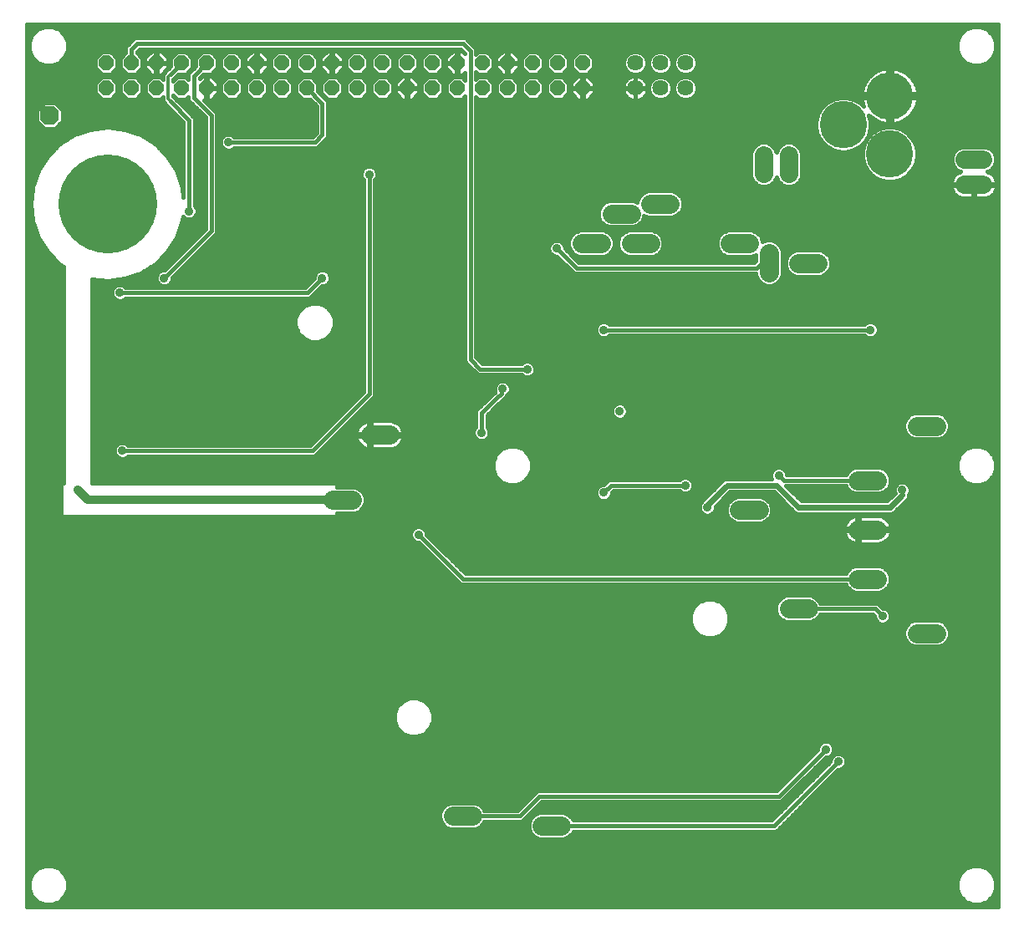
<source format=gbl>
G75*
%MOIN*%
%OFA0B0*%
%FSLAX24Y24*%
%IPPOS*%
%LPD*%
%AMOC8*
5,1,8,0,0,1.08239X$1,22.5*
%
%ADD10C,0.1890*%
%ADD11C,0.0640*%
%ADD12C,0.3937*%
%ADD13OC8,0.0760*%
%ADD14C,0.0740*%
%ADD15C,0.0768*%
%ADD16OC8,0.0600*%
%ADD17C,0.0160*%
%ADD18C,0.0354*%
%ADD19C,0.0297*%
%ADD20C,0.0320*%
%ADD21C,0.0120*%
%ADD22C,0.0240*%
D10*
X034954Y031635D03*
X033104Y032816D03*
X034954Y033958D03*
D11*
X026811Y034271D03*
X026811Y035271D03*
X025811Y035271D03*
X024811Y035271D03*
X024811Y034271D03*
X025811Y034271D03*
D12*
X003763Y029653D03*
D13*
X001450Y033176D03*
D14*
X029929Y031597D02*
X029929Y030857D01*
X030929Y030857D02*
X030929Y031597D01*
X037941Y031424D02*
X038681Y031424D01*
X038681Y030424D02*
X037941Y030424D01*
D15*
X032090Y027290D02*
X031322Y027290D01*
X030141Y026916D02*
X030141Y027684D01*
X029354Y028078D02*
X028586Y028078D01*
X026185Y029653D02*
X025417Y029653D01*
X024629Y029259D02*
X023862Y029259D01*
X023448Y028078D02*
X022681Y028078D01*
X024629Y028078D02*
X025397Y028078D01*
X015003Y020440D02*
X014236Y020440D01*
X013507Y017842D02*
X012740Y017842D01*
X017543Y005243D02*
X018311Y005243D01*
X021086Y004849D02*
X021854Y004849D01*
X030929Y013511D02*
X031696Y013511D01*
X033685Y014692D02*
X034452Y014692D01*
X034452Y016660D02*
X033685Y016660D01*
X033685Y018629D02*
X034452Y018629D01*
X036047Y020794D02*
X036814Y020794D01*
X029728Y017448D02*
X028960Y017448D01*
X036047Y012527D02*
X036814Y012527D01*
D16*
X022712Y034271D03*
X022712Y035271D03*
X021712Y035271D03*
X020712Y035271D03*
X019712Y035271D03*
X018712Y035271D03*
X017712Y035271D03*
X016712Y035271D03*
X015712Y035271D03*
X014712Y035271D03*
X013712Y035271D03*
X012712Y035271D03*
X011712Y035271D03*
X010712Y035271D03*
X009712Y035271D03*
X008712Y035271D03*
X007712Y035271D03*
X006712Y035271D03*
X005712Y035271D03*
X004712Y035271D03*
X003712Y035271D03*
X003712Y034271D03*
X004712Y034271D03*
X005712Y034271D03*
X006712Y034271D03*
X007712Y034271D03*
X008712Y034271D03*
X009712Y034271D03*
X010712Y034271D03*
X011712Y034271D03*
X012712Y034271D03*
X013712Y034271D03*
X014712Y034271D03*
X015712Y034271D03*
X016712Y034271D03*
X017712Y034271D03*
X018712Y034271D03*
X019712Y034271D03*
X020712Y034271D03*
X021712Y034271D03*
D17*
X000530Y036823D02*
X000530Y001616D01*
X039280Y001616D01*
X039280Y036823D01*
X000530Y036823D01*
X000530Y036810D02*
X039280Y036810D01*
X039280Y036652D02*
X038735Y036652D01*
X038846Y036606D02*
X038562Y036723D01*
X038256Y036723D01*
X037972Y036606D01*
X037755Y036389D01*
X037638Y036105D01*
X037638Y035798D01*
X037755Y035515D01*
X037972Y035298D01*
X038256Y035180D01*
X038562Y035180D01*
X038846Y035298D01*
X039063Y035515D01*
X039180Y035798D01*
X039180Y036105D01*
X039063Y036389D01*
X038846Y036606D01*
X038958Y036493D02*
X039280Y036493D01*
X039280Y036335D02*
X039085Y036335D01*
X039151Y036176D02*
X039280Y036176D01*
X039280Y036018D02*
X039180Y036018D01*
X039180Y035859D02*
X039280Y035859D01*
X039280Y035701D02*
X039140Y035701D01*
X039074Y035542D02*
X039280Y035542D01*
X039280Y035384D02*
X038932Y035384D01*
X038670Y035225D02*
X039280Y035225D01*
X039280Y035067D02*
X035151Y035067D01*
X035143Y035068D02*
X035034Y035081D01*
X035034Y034038D01*
X034874Y034038D01*
X034874Y035081D01*
X034766Y035068D01*
X034642Y035040D01*
X034523Y034999D01*
X034409Y034944D01*
X034302Y034877D01*
X034204Y034798D01*
X034114Y034708D01*
X034035Y034610D01*
X033968Y034503D01*
X033913Y034389D01*
X033872Y034270D01*
X033844Y034146D01*
X033831Y034038D01*
X034874Y034038D01*
X034874Y033878D01*
X033831Y033878D01*
X033844Y033769D01*
X033872Y033646D01*
X033906Y033548D01*
X033770Y033684D01*
X033523Y033827D01*
X033247Y033901D01*
X032961Y033901D01*
X032685Y033827D01*
X032438Y033684D01*
X032236Y033482D01*
X032093Y033235D01*
X032019Y032959D01*
X032019Y032673D01*
X032093Y032397D01*
X032236Y032150D01*
X032438Y031948D01*
X032685Y031805D01*
X032961Y031731D01*
X033247Y031731D01*
X033523Y031805D01*
X033770Y031948D01*
X033972Y032150D01*
X034115Y032397D01*
X034189Y032673D01*
X034189Y032959D01*
X034125Y033196D01*
X034204Y033118D01*
X034302Y033039D01*
X034409Y032972D01*
X034523Y032917D01*
X034642Y032875D01*
X034766Y032847D01*
X034874Y032835D01*
X034874Y033878D01*
X035034Y033878D01*
X035034Y034038D01*
X036077Y034038D01*
X036065Y034146D01*
X036037Y034270D01*
X035995Y034389D01*
X035940Y034503D01*
X035873Y034610D01*
X035794Y034708D01*
X035705Y034798D01*
X035606Y034877D01*
X035499Y034944D01*
X035385Y034999D01*
X035266Y035040D01*
X035143Y035068D01*
X035034Y035067D02*
X034874Y035067D01*
X034758Y035067D02*
X027224Y035067D01*
X027201Y035010D02*
X027271Y035179D01*
X027271Y035362D01*
X027201Y035531D01*
X027071Y035661D01*
X026902Y035731D01*
X026719Y035731D01*
X026550Y035661D01*
X026421Y035531D01*
X026351Y035362D01*
X026351Y035179D01*
X026421Y035010D01*
X026550Y034881D01*
X026719Y034811D01*
X026902Y034811D01*
X027071Y034881D01*
X027201Y035010D01*
X027099Y034908D02*
X034353Y034908D01*
X034155Y034750D02*
X024954Y034750D01*
X024928Y034758D02*
X024850Y034771D01*
X024819Y034771D01*
X024819Y034279D01*
X025311Y034279D01*
X025311Y034310D01*
X025298Y034388D01*
X025274Y034463D01*
X025238Y034533D01*
X025192Y034596D01*
X025136Y034652D01*
X025073Y034698D01*
X025002Y034734D01*
X024928Y034758D01*
X024902Y034811D02*
X025071Y034881D01*
X025201Y035010D01*
X025271Y035179D01*
X025271Y035362D01*
X025201Y035531D01*
X025071Y035661D01*
X024902Y035731D01*
X024719Y035731D01*
X024550Y035661D01*
X024421Y035531D01*
X024351Y035362D01*
X024351Y035179D01*
X024421Y035010D01*
X024550Y034881D01*
X024719Y034811D01*
X024902Y034811D01*
X024819Y034750D02*
X024802Y034750D01*
X024802Y034771D02*
X024771Y034771D01*
X024693Y034758D01*
X024619Y034734D01*
X024548Y034698D01*
X024485Y034652D01*
X024429Y034596D01*
X024383Y034533D01*
X024347Y034463D01*
X024323Y034388D01*
X024311Y034310D01*
X024311Y034279D01*
X024802Y034279D01*
X024802Y034262D01*
X024819Y034262D01*
X024819Y033771D01*
X024850Y033771D01*
X024928Y033783D01*
X025002Y033807D01*
X025073Y033843D01*
X025136Y033889D01*
X025192Y033945D01*
X025238Y034009D01*
X025274Y034079D01*
X025298Y034154D01*
X025311Y034231D01*
X025311Y034262D01*
X024819Y034262D01*
X024819Y034279D01*
X024802Y034279D01*
X024802Y034771D01*
X024667Y034750D02*
X022912Y034750D01*
X022911Y034751D02*
X022732Y034751D01*
X022732Y034291D01*
X022692Y034291D01*
X022692Y034751D01*
X022513Y034751D01*
X022232Y034469D01*
X022232Y034291D01*
X022692Y034291D01*
X022692Y034251D01*
X022232Y034251D01*
X022232Y034072D01*
X022513Y033791D01*
X022692Y033791D01*
X022692Y034251D01*
X022732Y034251D01*
X022732Y034291D01*
X023192Y034291D01*
X023192Y034469D01*
X022911Y034751D01*
X022894Y034831D02*
X023152Y035088D01*
X023152Y035453D01*
X022894Y035711D01*
X022530Y035711D01*
X022272Y035453D01*
X022272Y035088D01*
X022530Y034831D01*
X022894Y034831D01*
X022972Y034908D02*
X024523Y034908D01*
X024397Y035067D02*
X023130Y035067D01*
X023152Y035225D02*
X024351Y035225D01*
X024359Y035384D02*
X023152Y035384D01*
X023063Y035542D02*
X024431Y035542D01*
X024647Y035701D02*
X022904Y035701D01*
X022520Y035701D02*
X021904Y035701D01*
X021894Y035711D02*
X021530Y035711D01*
X021272Y035453D01*
X021272Y035088D01*
X021530Y034831D01*
X021894Y034831D01*
X022152Y035088D01*
X022152Y035453D01*
X021894Y035711D01*
X022063Y035542D02*
X022361Y035542D01*
X022272Y035384D02*
X022152Y035384D01*
X022152Y035225D02*
X022272Y035225D01*
X022294Y035067D02*
X022130Y035067D01*
X021972Y034908D02*
X022452Y034908D01*
X022512Y034750D02*
X018452Y034750D01*
X018530Y034711D02*
X018452Y034633D01*
X018452Y034909D01*
X018530Y034831D01*
X018894Y034831D01*
X019152Y035088D01*
X019152Y035453D01*
X018894Y035711D01*
X018530Y035711D01*
X018452Y035633D01*
X018452Y035846D01*
X018323Y035975D01*
X018028Y036270D01*
X004853Y036270D01*
X004724Y036141D01*
X004492Y035909D01*
X004492Y035673D01*
X004272Y035453D01*
X004272Y035088D01*
X004530Y034831D01*
X004894Y034831D01*
X005152Y035088D01*
X005152Y035453D01*
X004932Y035673D01*
X004932Y035727D01*
X005036Y035830D01*
X017845Y035830D01*
X018012Y035664D01*
X018012Y035650D01*
X017911Y035751D01*
X017732Y035751D01*
X017732Y035291D01*
X017692Y035291D01*
X017692Y035751D01*
X017513Y035751D01*
X017232Y035469D01*
X017232Y035291D01*
X017692Y035291D01*
X017692Y035251D01*
X017232Y035251D01*
X017232Y035072D01*
X017513Y034791D01*
X017692Y034791D01*
X017692Y035251D01*
X017732Y035251D01*
X017732Y034791D01*
X017911Y034791D01*
X018012Y034892D01*
X018012Y034593D01*
X017894Y034711D01*
X017530Y034711D01*
X017272Y034453D01*
X017272Y034088D01*
X017530Y033831D01*
X017894Y033831D01*
X018012Y033948D01*
X018012Y023361D01*
X018141Y023232D01*
X018534Y022838D01*
X020267Y022838D01*
X020316Y022789D01*
X020433Y022741D01*
X020559Y022741D01*
X020675Y022789D01*
X020764Y022878D01*
X020813Y022995D01*
X020813Y023121D01*
X020764Y023238D01*
X020675Y023327D01*
X020559Y023375D01*
X020433Y023375D01*
X020316Y023327D01*
X020267Y023278D01*
X018717Y023278D01*
X018452Y023543D01*
X018452Y033909D01*
X018530Y033831D01*
X018894Y033831D01*
X019152Y034088D01*
X019152Y034453D01*
X018894Y034711D01*
X018530Y034711D01*
X018452Y034908D02*
X018452Y034908D01*
X018012Y034750D02*
X015912Y034750D01*
X015911Y034751D02*
X015732Y034751D01*
X015732Y034291D01*
X015692Y034291D01*
X015692Y034751D01*
X015513Y034751D01*
X015232Y034469D01*
X015232Y034291D01*
X015692Y034291D01*
X015692Y034251D01*
X015232Y034251D01*
X015232Y034072D01*
X015513Y033791D01*
X015692Y033791D01*
X015692Y034251D01*
X015732Y034251D01*
X015732Y034291D01*
X016192Y034291D01*
X016192Y034469D01*
X015911Y034751D01*
X015894Y034831D02*
X016152Y035088D01*
X016152Y035453D01*
X015894Y035711D01*
X015530Y035711D01*
X015272Y035453D01*
X015272Y035088D01*
X015530Y034831D01*
X015894Y034831D01*
X015972Y034908D02*
X016452Y034908D01*
X016530Y034831D02*
X016894Y034831D01*
X017152Y035088D01*
X017152Y035453D01*
X016894Y035711D01*
X016530Y035711D01*
X016272Y035453D01*
X016272Y035088D01*
X016530Y034831D01*
X016530Y034711D02*
X016272Y034453D01*
X016272Y034088D01*
X016530Y033831D01*
X016894Y033831D01*
X017152Y034088D01*
X017152Y034453D01*
X016894Y034711D01*
X016530Y034711D01*
X016410Y034591D02*
X016070Y034591D01*
X016192Y034433D02*
X016272Y034433D01*
X016272Y034274D02*
X015732Y034274D01*
X015732Y034251D02*
X016192Y034251D01*
X016192Y034072D01*
X015911Y033791D01*
X015732Y033791D01*
X015732Y034251D01*
X015692Y034274D02*
X015152Y034274D01*
X015152Y034116D02*
X015232Y034116D01*
X015152Y034088D02*
X014894Y033831D01*
X014530Y033831D01*
X014272Y034088D01*
X014272Y034453D01*
X014530Y034711D01*
X014894Y034711D01*
X015152Y034453D01*
X015152Y034088D01*
X015021Y033957D02*
X015347Y033957D01*
X015505Y033799D02*
X012495Y033799D01*
X012530Y033831D02*
X012894Y033831D01*
X013152Y034088D01*
X013152Y034453D01*
X012894Y034711D01*
X012530Y034711D01*
X012272Y034453D01*
X012272Y034088D01*
X012530Y033831D01*
X012546Y033748D02*
X012152Y034142D01*
X012152Y034453D01*
X011894Y034711D01*
X011530Y034711D01*
X011272Y034453D01*
X011272Y034088D01*
X011530Y033831D01*
X011841Y033831D01*
X012106Y033565D01*
X012106Y032500D01*
X011940Y032333D01*
X008815Y032333D01*
X008766Y032382D01*
X008649Y032430D01*
X008523Y032430D01*
X008406Y032382D01*
X008317Y032293D01*
X008269Y032176D01*
X008269Y032050D01*
X008317Y031934D01*
X008406Y031844D01*
X008523Y031796D01*
X008649Y031796D01*
X008766Y031844D01*
X008815Y031893D01*
X008874Y031893D01*
X011940Y031893D01*
X012122Y031893D01*
X012417Y032188D01*
X012546Y032317D01*
X012546Y033748D01*
X012546Y033640D02*
X018012Y033640D01*
X018012Y033482D02*
X012546Y033482D01*
X012546Y033323D02*
X018012Y033323D01*
X018012Y033165D02*
X012546Y033165D01*
X012546Y033006D02*
X018012Y033006D01*
X018012Y032848D02*
X012546Y032848D01*
X012546Y032689D02*
X018012Y032689D01*
X018012Y032531D02*
X012546Y032531D01*
X012546Y032372D02*
X018012Y032372D01*
X018012Y032214D02*
X012443Y032214D01*
X012284Y032055D02*
X018012Y032055D01*
X018012Y031897D02*
X012126Y031897D01*
X012031Y032113D02*
X012326Y032408D01*
X012326Y033656D01*
X011712Y034271D01*
X011410Y034591D02*
X011014Y034591D01*
X010894Y034711D02*
X011152Y034453D01*
X011152Y034088D01*
X010894Y033831D01*
X010530Y033831D01*
X010272Y034088D01*
X010272Y034453D01*
X010530Y034711D01*
X010894Y034711D01*
X010894Y034831D02*
X010530Y034831D01*
X010272Y035088D01*
X010272Y035453D01*
X010530Y035711D01*
X010894Y035711D01*
X011152Y035453D01*
X011152Y035088D01*
X010894Y034831D01*
X010972Y034908D02*
X011452Y034908D01*
X011530Y034831D02*
X011894Y034831D01*
X012152Y035088D01*
X012152Y035453D01*
X011894Y035711D01*
X011530Y035711D01*
X011272Y035453D01*
X011272Y035088D01*
X011530Y034831D01*
X011294Y035067D02*
X011130Y035067D01*
X011152Y035225D02*
X011272Y035225D01*
X011272Y035384D02*
X011152Y035384D01*
X011063Y035542D02*
X011361Y035542D01*
X011520Y035701D02*
X010904Y035701D01*
X010520Y035701D02*
X009961Y035701D01*
X009911Y035751D02*
X009732Y035751D01*
X009732Y035291D01*
X009692Y035291D01*
X009692Y035751D01*
X009513Y035751D01*
X009232Y035469D01*
X009232Y035291D01*
X009692Y035291D01*
X009692Y035251D01*
X009232Y035251D01*
X009232Y035072D01*
X009513Y034791D01*
X009692Y034791D01*
X009692Y035251D01*
X009732Y035251D01*
X009732Y035291D01*
X010192Y035291D01*
X010192Y035469D01*
X009911Y035751D01*
X009732Y035701D02*
X009692Y035701D01*
X009692Y035542D02*
X009732Y035542D01*
X009732Y035384D02*
X009692Y035384D01*
X009732Y035251D02*
X010192Y035251D01*
X010192Y035072D01*
X009911Y034791D01*
X009732Y034791D01*
X009732Y035251D01*
X009732Y035225D02*
X009692Y035225D01*
X009692Y035067D02*
X009732Y035067D01*
X009732Y034908D02*
X009692Y034908D01*
X009530Y034711D02*
X009272Y034453D01*
X009272Y034088D01*
X009530Y033831D01*
X009894Y033831D01*
X010152Y034088D01*
X010152Y034453D01*
X009894Y034711D01*
X009530Y034711D01*
X009410Y034591D02*
X009014Y034591D01*
X008894Y034711D02*
X009152Y034453D01*
X009152Y034088D01*
X008894Y033831D01*
X008530Y033831D01*
X008272Y034088D01*
X008272Y034453D01*
X008530Y034711D01*
X008894Y034711D01*
X008894Y034831D02*
X009152Y035088D01*
X009152Y035453D01*
X008894Y035711D01*
X008530Y035711D01*
X008272Y035453D01*
X008272Y035088D01*
X008530Y034831D01*
X008894Y034831D01*
X008972Y034908D02*
X009396Y034908D01*
X009237Y035067D02*
X009130Y035067D01*
X009152Y035225D02*
X009232Y035225D01*
X009232Y035384D02*
X009152Y035384D01*
X009063Y035542D02*
X009305Y035542D01*
X009463Y035701D02*
X008904Y035701D01*
X008520Y035701D02*
X007904Y035701D01*
X007894Y035711D02*
X007530Y035711D01*
X007272Y035453D01*
X007272Y035142D01*
X006988Y034858D01*
X006988Y034617D01*
X006894Y034711D01*
X006530Y034711D01*
X006375Y034556D01*
X006375Y034622D01*
X006583Y034831D01*
X006894Y034831D01*
X007152Y035088D01*
X007152Y035453D01*
X006894Y035711D01*
X006530Y035711D01*
X006272Y035453D01*
X006272Y035142D01*
X006053Y034923D01*
X006053Y034895D01*
X005975Y034816D01*
X005975Y034630D01*
X005894Y034711D01*
X005530Y034711D01*
X005272Y034453D01*
X005272Y034088D01*
X005530Y033831D01*
X005894Y033831D01*
X005975Y033911D01*
X005975Y033753D01*
X006053Y033674D01*
X006053Y033646D01*
X006791Y032908D01*
X006791Y029916D01*
X006744Y030333D01*
X006518Y030979D01*
X006518Y030979D01*
X006154Y031559D01*
X006154Y031559D01*
X005670Y032043D01*
X005670Y032043D01*
X005090Y032408D01*
X004444Y032634D01*
X004444Y032634D01*
X003763Y032710D01*
X003083Y032634D01*
X003083Y032634D01*
X002437Y032408D01*
X001857Y032043D01*
X001857Y032043D01*
X001373Y031559D01*
X001008Y030979D01*
X000782Y030333D01*
X000706Y029653D01*
X000782Y028972D01*
X001008Y028326D01*
X001373Y027746D01*
X001857Y027262D01*
X002010Y027166D01*
X002010Y018512D01*
X001959Y018512D01*
X001912Y018465D01*
X001912Y017218D01*
X001959Y017171D01*
X012852Y017171D01*
X012898Y017218D01*
X012898Y017318D01*
X013612Y017318D01*
X013804Y017397D01*
X013952Y017545D01*
X014031Y017737D01*
X014031Y017946D01*
X013952Y018138D01*
X013804Y018286D01*
X013612Y018365D01*
X012898Y018365D01*
X012898Y018465D01*
X012852Y018512D01*
X003154Y018512D01*
X003154Y026663D01*
X003763Y026595D01*
X004444Y026671D01*
X005090Y026898D01*
X005670Y027262D01*
X006154Y027746D01*
X006154Y027746D01*
X006518Y028326D01*
X006744Y028972D01*
X006765Y029155D01*
X006832Y029088D01*
X006948Y029040D01*
X007074Y029040D01*
X007191Y029088D01*
X007280Y029178D01*
X007329Y029294D01*
X007329Y029420D01*
X007280Y029537D01*
X007231Y029586D01*
X007231Y033090D01*
X006375Y033947D01*
X006375Y033986D01*
X006530Y033831D01*
X006894Y033831D01*
X006988Y033924D01*
X006988Y033794D01*
X007117Y033665D01*
X007677Y033105D01*
X007677Y028661D01*
X006033Y027017D01*
X005964Y027017D01*
X005847Y026969D01*
X005758Y026879D01*
X005710Y026763D01*
X005710Y026637D01*
X005758Y026520D01*
X005847Y026431D01*
X005964Y026383D01*
X006090Y026383D01*
X006207Y026431D01*
X006296Y026520D01*
X006344Y026637D01*
X006344Y026706D01*
X008117Y028479D01*
X008117Y033287D01*
X007613Y033791D01*
X007692Y033791D01*
X007692Y034251D01*
X007732Y034251D01*
X007732Y034291D01*
X007692Y034291D01*
X007692Y034751D01*
X007513Y034751D01*
X007428Y034666D01*
X007428Y034676D01*
X007583Y034831D01*
X007894Y034831D01*
X008152Y035088D01*
X008152Y035453D01*
X007894Y035711D01*
X008063Y035542D02*
X008361Y035542D01*
X008272Y035384D02*
X008152Y035384D01*
X008152Y035225D02*
X008272Y035225D01*
X008294Y035067D02*
X008130Y035067D01*
X007972Y034908D02*
X008452Y034908D01*
X008410Y034591D02*
X008070Y034591D01*
X008192Y034469D02*
X007911Y034751D01*
X007732Y034751D01*
X007732Y034291D01*
X008192Y034291D01*
X008192Y034469D01*
X008192Y034433D02*
X008272Y034433D01*
X008272Y034274D02*
X007732Y034274D01*
X007732Y034251D02*
X008192Y034251D01*
X008192Y034072D01*
X007911Y033791D01*
X007732Y033791D01*
X007732Y034251D01*
X007732Y034116D02*
X007692Y034116D01*
X007692Y033957D02*
X007732Y033957D01*
X007732Y033799D02*
X007692Y033799D01*
X007764Y033640D02*
X012032Y033640D01*
X012106Y033482D02*
X007923Y033482D01*
X008081Y033323D02*
X012106Y033323D01*
X012106Y033165D02*
X008117Y033165D01*
X008117Y033006D02*
X012106Y033006D01*
X012106Y032848D02*
X008117Y032848D01*
X008117Y032689D02*
X012106Y032689D01*
X012106Y032531D02*
X008117Y032531D01*
X008117Y032372D02*
X008397Y032372D01*
X008284Y032214D02*
X008117Y032214D01*
X008117Y032055D02*
X008269Y032055D01*
X008354Y031897D02*
X008117Y031897D01*
X008117Y031738D02*
X018012Y031738D01*
X018012Y031580D02*
X008117Y031580D01*
X008117Y031421D02*
X018012Y031421D01*
X018012Y031263D02*
X008117Y031263D01*
X008117Y031104D02*
X014021Y031104D01*
X014017Y031103D02*
X013927Y031013D01*
X013879Y030897D01*
X013879Y030771D01*
X013927Y030654D01*
X013976Y030605D01*
X013976Y022165D01*
X011841Y020030D01*
X004582Y020030D01*
X004534Y020079D01*
X004417Y020127D01*
X004291Y020127D01*
X004174Y020079D01*
X004085Y019990D01*
X004037Y019873D01*
X004037Y019747D01*
X004085Y019630D01*
X004174Y019541D01*
X004291Y019493D01*
X004417Y019493D01*
X004534Y019541D01*
X004582Y019590D01*
X012024Y019590D01*
X014288Y021854D01*
X014416Y021983D01*
X014416Y030605D01*
X014465Y030654D01*
X014514Y030771D01*
X014514Y030897D01*
X014465Y031013D01*
X014376Y031103D01*
X014259Y031151D01*
X014133Y031151D01*
X014017Y031103D01*
X013899Y030946D02*
X008117Y030946D01*
X008117Y030787D02*
X013879Y030787D01*
X013953Y030629D02*
X008117Y030629D01*
X008117Y030470D02*
X013976Y030470D01*
X013976Y030312D02*
X008117Y030312D01*
X008117Y030153D02*
X013976Y030153D01*
X013976Y029995D02*
X008117Y029995D01*
X008117Y029836D02*
X013976Y029836D01*
X013976Y029678D02*
X008117Y029678D01*
X008117Y029519D02*
X013976Y029519D01*
X013976Y029361D02*
X008117Y029361D01*
X008117Y029202D02*
X013976Y029202D01*
X013976Y029044D02*
X008117Y029044D01*
X008117Y028885D02*
X013976Y028885D01*
X013976Y028727D02*
X008117Y028727D01*
X008117Y028568D02*
X013976Y028568D01*
X013976Y028410D02*
X008048Y028410D01*
X007897Y028570D02*
X006027Y026700D01*
X005735Y026825D02*
X004881Y026825D01*
X005090Y026898D02*
X005090Y026898D01*
X005226Y026983D02*
X005882Y026983D01*
X006158Y027142D02*
X005478Y027142D01*
X005708Y027300D02*
X006316Y027300D01*
X006475Y027459D02*
X005867Y027459D01*
X006025Y027617D02*
X006633Y027617D01*
X006792Y027776D02*
X006173Y027776D01*
X006272Y027934D02*
X006950Y027934D01*
X007109Y028093D02*
X006372Y028093D01*
X006471Y028251D02*
X007267Y028251D01*
X007426Y028410D02*
X006548Y028410D01*
X006518Y028326D02*
X006518Y028326D01*
X006603Y028568D02*
X007584Y028568D01*
X007677Y028727D02*
X006658Y028727D01*
X006714Y028885D02*
X007677Y028885D01*
X007677Y029044D02*
X007083Y029044D01*
X006940Y029044D02*
X006752Y029044D01*
X006744Y028972D02*
X006744Y028972D01*
X007011Y029357D02*
X007011Y032999D01*
X006273Y033737D01*
X006059Y033640D02*
X001722Y033640D01*
X001666Y033696D02*
X001235Y033696D01*
X000930Y033392D01*
X000930Y032961D01*
X001235Y032656D01*
X001666Y032656D01*
X001970Y032961D01*
X001970Y033392D01*
X001666Y033696D01*
X001880Y033482D02*
X006218Y033482D01*
X006376Y033323D02*
X001970Y033323D01*
X001970Y033165D02*
X006535Y033165D01*
X006693Y033006D02*
X001970Y033006D01*
X001857Y032848D02*
X006791Y032848D01*
X006791Y032689D02*
X003951Y032689D01*
X003763Y032710D02*
X003763Y032710D01*
X003575Y032689D02*
X001699Y032689D01*
X002128Y032214D02*
X000530Y032214D01*
X000530Y032372D02*
X002380Y032372D01*
X002437Y032408D02*
X002437Y032408D01*
X002789Y032531D02*
X000530Y032531D01*
X000530Y032689D02*
X001202Y032689D01*
X001043Y032848D02*
X000530Y032848D01*
X000530Y033006D02*
X000930Y033006D01*
X000930Y033165D02*
X000530Y033165D01*
X000530Y033323D02*
X000930Y033323D01*
X001020Y033482D02*
X000530Y033482D01*
X000530Y033640D02*
X001179Y033640D01*
X000530Y033799D02*
X005975Y033799D01*
X006375Y033957D02*
X006403Y033957D01*
X006523Y033799D02*
X006988Y033799D01*
X007142Y033640D02*
X006681Y033640D01*
X006840Y033482D02*
X007300Y033482D01*
X007459Y033323D02*
X006998Y033323D01*
X007157Y033165D02*
X007617Y033165D01*
X007677Y033006D02*
X007231Y033006D01*
X007231Y032848D02*
X007677Y032848D01*
X007677Y032689D02*
X007231Y032689D01*
X007231Y032531D02*
X007677Y032531D01*
X007677Y032372D02*
X007231Y032372D01*
X007231Y032214D02*
X007677Y032214D01*
X007677Y032055D02*
X007231Y032055D01*
X007231Y031897D02*
X007677Y031897D01*
X007677Y031738D02*
X007231Y031738D01*
X007231Y031580D02*
X007677Y031580D01*
X007677Y031421D02*
X007231Y031421D01*
X007231Y031263D02*
X007677Y031263D01*
X007677Y031104D02*
X007231Y031104D01*
X007231Y030946D02*
X007677Y030946D01*
X007677Y030787D02*
X007231Y030787D01*
X007231Y030629D02*
X007677Y030629D01*
X007677Y030470D02*
X007231Y030470D01*
X007231Y030312D02*
X007677Y030312D01*
X007677Y030153D02*
X007231Y030153D01*
X007231Y029995D02*
X007677Y029995D01*
X007677Y029836D02*
X007231Y029836D01*
X007231Y029678D02*
X007677Y029678D01*
X007677Y029519D02*
X007288Y029519D01*
X007329Y029361D02*
X007677Y029361D01*
X007677Y029202D02*
X007290Y029202D01*
X007897Y028570D02*
X007897Y033196D01*
X007208Y033885D01*
X007208Y034767D01*
X007712Y035271D01*
X007361Y035542D02*
X007063Y035542D01*
X007152Y035384D02*
X007272Y035384D01*
X007272Y035225D02*
X007152Y035225D01*
X007130Y035067D02*
X007197Y035067D01*
X007038Y034908D02*
X006972Y034908D01*
X006988Y034750D02*
X006502Y034750D01*
X006410Y034591D02*
X006375Y034591D01*
X006273Y034832D02*
X006712Y035271D01*
X006272Y035225D02*
X006192Y035225D01*
X006192Y035251D02*
X005732Y035251D01*
X005732Y035291D01*
X005692Y035291D01*
X005692Y035751D01*
X005513Y035751D01*
X005232Y035469D01*
X005232Y035291D01*
X005692Y035291D01*
X005692Y035251D01*
X005232Y035251D01*
X005232Y035072D01*
X005513Y034791D01*
X005692Y034791D01*
X005692Y035251D01*
X005732Y035251D01*
X005732Y034791D01*
X005911Y034791D01*
X006192Y035072D01*
X006192Y035251D01*
X006192Y035291D02*
X006192Y035469D01*
X005911Y035751D01*
X005732Y035751D01*
X005732Y035291D01*
X006192Y035291D01*
X006192Y035384D02*
X006272Y035384D01*
X006361Y035542D02*
X006119Y035542D01*
X005961Y035701D02*
X006520Y035701D01*
X006904Y035701D02*
X007520Y035701D01*
X007502Y034750D02*
X007512Y034750D01*
X007692Y034750D02*
X007732Y034750D01*
X007732Y034591D02*
X007692Y034591D01*
X007692Y034433D02*
X007732Y034433D01*
X007912Y034750D02*
X015512Y034750D01*
X015452Y034908D02*
X014972Y034908D01*
X014894Y034831D02*
X015152Y035088D01*
X015152Y035453D01*
X014894Y035711D01*
X014530Y035711D01*
X014272Y035453D01*
X014272Y035088D01*
X014530Y034831D01*
X014894Y034831D01*
X015014Y034591D02*
X015354Y034591D01*
X015232Y034433D02*
X015152Y034433D01*
X015692Y034433D02*
X015732Y034433D01*
X015732Y034591D02*
X015692Y034591D01*
X015692Y034750D02*
X015732Y034750D01*
X016130Y035067D02*
X016294Y035067D01*
X016272Y035225D02*
X016152Y035225D01*
X016152Y035384D02*
X016272Y035384D01*
X016361Y035542D02*
X016063Y035542D01*
X015904Y035701D02*
X016520Y035701D01*
X016904Y035701D02*
X017463Y035701D01*
X017305Y035542D02*
X017063Y035542D01*
X017152Y035384D02*
X017232Y035384D01*
X017232Y035225D02*
X017152Y035225D01*
X017130Y035067D02*
X017237Y035067D01*
X017396Y034908D02*
X016972Y034908D01*
X017014Y034591D02*
X017410Y034591D01*
X017272Y034433D02*
X017152Y034433D01*
X017152Y034274D02*
X017272Y034274D01*
X017272Y034116D02*
X017152Y034116D01*
X017021Y033957D02*
X017403Y033957D01*
X018012Y033799D02*
X015919Y033799D01*
X015732Y033799D02*
X015692Y033799D01*
X015692Y033957D02*
X015732Y033957D01*
X015732Y034116D02*
X015692Y034116D01*
X016077Y033957D02*
X016403Y033957D01*
X016272Y034116D02*
X016192Y034116D01*
X015294Y035067D02*
X015130Y035067D01*
X015152Y035225D02*
X015272Y035225D01*
X015272Y035384D02*
X015152Y035384D01*
X015063Y035542D02*
X015361Y035542D01*
X015520Y035701D02*
X014904Y035701D01*
X014520Y035701D02*
X013904Y035701D01*
X013894Y035711D02*
X013530Y035711D01*
X013272Y035453D01*
X013272Y035088D01*
X013530Y034831D01*
X013894Y034831D01*
X014152Y035088D01*
X014152Y035453D01*
X013894Y035711D01*
X014063Y035542D02*
X014361Y035542D01*
X014272Y035384D02*
X014152Y035384D01*
X014152Y035225D02*
X014272Y035225D01*
X014294Y035067D02*
X014130Y035067D01*
X013972Y034908D02*
X014452Y034908D01*
X014410Y034591D02*
X014014Y034591D01*
X013894Y034711D02*
X013530Y034711D01*
X013272Y034453D01*
X013272Y034088D01*
X013530Y033831D01*
X013894Y033831D01*
X014152Y034088D01*
X014152Y034453D01*
X013894Y034711D01*
X014152Y034433D02*
X014272Y034433D01*
X014272Y034274D02*
X014152Y034274D01*
X014152Y034116D02*
X014272Y034116D01*
X014403Y033957D02*
X014021Y033957D01*
X013403Y033957D02*
X013021Y033957D01*
X013152Y034116D02*
X013272Y034116D01*
X013272Y034274D02*
X013152Y034274D01*
X013152Y034433D02*
X013272Y034433D01*
X013410Y034591D02*
X013014Y034591D01*
X012911Y034791D02*
X013192Y035072D01*
X013192Y035251D01*
X012732Y035251D01*
X012732Y035291D01*
X012692Y035291D01*
X012692Y035751D01*
X012513Y035751D01*
X012232Y035469D01*
X012232Y035291D01*
X012692Y035291D01*
X012692Y035251D01*
X012232Y035251D01*
X012232Y035072D01*
X012513Y034791D01*
X012692Y034791D01*
X012692Y035251D01*
X012732Y035251D01*
X012732Y034791D01*
X012911Y034791D01*
X013028Y034908D02*
X013452Y034908D01*
X013294Y035067D02*
X013187Y035067D01*
X013192Y035225D02*
X013272Y035225D01*
X013192Y035291D02*
X013192Y035469D01*
X012911Y035751D01*
X012732Y035751D01*
X012732Y035291D01*
X013192Y035291D01*
X013192Y035384D02*
X013272Y035384D01*
X013361Y035542D02*
X013119Y035542D01*
X012961Y035701D02*
X013520Y035701D01*
X012732Y035701D02*
X012692Y035701D01*
X012692Y035542D02*
X012732Y035542D01*
X012732Y035384D02*
X012692Y035384D01*
X012692Y035225D02*
X012732Y035225D01*
X012732Y035067D02*
X012692Y035067D01*
X012692Y034908D02*
X012732Y034908D01*
X012396Y034908D02*
X011972Y034908D01*
X012130Y035067D02*
X012237Y035067D01*
X012232Y035225D02*
X012152Y035225D01*
X012152Y035384D02*
X012232Y035384D01*
X012305Y035542D02*
X012063Y035542D01*
X011904Y035701D02*
X012463Y035701D01*
X012410Y034591D02*
X012014Y034591D01*
X012152Y034433D02*
X012272Y034433D01*
X012272Y034274D02*
X012152Y034274D01*
X012178Y034116D02*
X012272Y034116D01*
X012337Y033957D02*
X012403Y033957D01*
X011873Y033799D02*
X007919Y033799D01*
X008077Y033957D02*
X008403Y033957D01*
X008272Y034116D02*
X008192Y034116D01*
X009021Y033957D02*
X009403Y033957D01*
X009272Y034116D02*
X009152Y034116D01*
X009152Y034274D02*
X009272Y034274D01*
X009272Y034433D02*
X009152Y034433D01*
X010014Y034591D02*
X010410Y034591D01*
X010272Y034433D02*
X010152Y034433D01*
X010152Y034274D02*
X010272Y034274D01*
X010272Y034116D02*
X010152Y034116D01*
X010021Y033957D02*
X010403Y033957D01*
X011021Y033957D02*
X011403Y033957D01*
X011272Y034116D02*
X011152Y034116D01*
X011152Y034274D02*
X011272Y034274D01*
X011272Y034433D02*
X011152Y034433D01*
X010452Y034908D02*
X010028Y034908D01*
X010187Y035067D02*
X010294Y035067D01*
X010272Y035225D02*
X010192Y035225D01*
X010192Y035384D02*
X010272Y035384D01*
X010361Y035542D02*
X010119Y035542D01*
X006791Y032531D02*
X004738Y032531D01*
X005090Y032408D02*
X005090Y032408D01*
X005146Y032372D02*
X006791Y032372D01*
X006791Y032214D02*
X005399Y032214D01*
X005651Y032055D02*
X006791Y032055D01*
X006791Y031897D02*
X005816Y031897D01*
X005975Y031738D02*
X006791Y031738D01*
X006791Y031580D02*
X006133Y031580D01*
X006241Y031421D02*
X006791Y031421D01*
X006791Y031263D02*
X006340Y031263D01*
X006440Y031104D02*
X006791Y031104D01*
X006791Y030946D02*
X006530Y030946D01*
X006585Y030787D02*
X006791Y030787D01*
X006791Y030629D02*
X006641Y030629D01*
X006696Y030470D02*
X006791Y030470D01*
X006744Y030333D02*
X006744Y030333D01*
X006747Y030312D02*
X006791Y030312D01*
X006791Y030153D02*
X006765Y030153D01*
X006783Y029995D02*
X006791Y029995D01*
X007890Y028251D02*
X013976Y028251D01*
X013976Y028093D02*
X007731Y028093D01*
X007573Y027934D02*
X013976Y027934D01*
X013976Y027776D02*
X007414Y027776D01*
X007256Y027617D02*
X013976Y027617D01*
X013976Y027459D02*
X007097Y027459D01*
X006939Y027300D02*
X013976Y027300D01*
X013976Y027142D02*
X006780Y027142D01*
X006622Y026983D02*
X012182Y026983D01*
X012147Y026969D02*
X012263Y027017D01*
X012389Y027017D01*
X012506Y026969D01*
X012595Y026879D01*
X012643Y026763D01*
X012643Y026637D01*
X012595Y026520D01*
X012506Y026431D01*
X012389Y026383D01*
X012320Y026383D01*
X011827Y025889D01*
X004484Y025889D01*
X004435Y025840D01*
X004319Y025792D01*
X004192Y025792D01*
X004076Y025840D01*
X003987Y025930D01*
X003938Y026046D01*
X003938Y026172D01*
X003987Y026289D01*
X004076Y026378D01*
X004192Y026426D01*
X004319Y026426D01*
X004435Y026378D01*
X004484Y026329D01*
X011645Y026329D01*
X012009Y026694D01*
X012009Y026763D01*
X012057Y026879D01*
X012147Y026969D01*
X012035Y026825D02*
X006463Y026825D01*
X006344Y026666D02*
X011982Y026666D01*
X011823Y026508D02*
X006283Y026508D01*
X005771Y026508D02*
X003154Y026508D01*
X003154Y026349D02*
X004047Y026349D01*
X003946Y026191D02*
X003154Y026191D01*
X003154Y026032D02*
X003944Y026032D01*
X004043Y025874D02*
X003154Y025874D01*
X003154Y025715D02*
X013976Y025715D01*
X013976Y025557D02*
X012493Y025557D01*
X012468Y025582D02*
X012184Y025699D01*
X011878Y025699D01*
X011594Y025582D01*
X011377Y025365D01*
X011260Y025082D01*
X011260Y024775D01*
X011377Y024491D01*
X011594Y024274D01*
X011878Y024157D01*
X012184Y024157D01*
X012468Y024274D01*
X012685Y024491D01*
X012802Y024775D01*
X012802Y025082D01*
X012685Y025365D01*
X012468Y025582D01*
X012652Y025398D02*
X013976Y025398D01*
X013976Y025240D02*
X012737Y025240D01*
X012802Y025081D02*
X013976Y025081D01*
X013976Y024923D02*
X012802Y024923D01*
X012798Y024764D02*
X013976Y024764D01*
X013976Y024606D02*
X012732Y024606D01*
X012641Y024447D02*
X013976Y024447D01*
X013976Y024289D02*
X012482Y024289D01*
X011580Y024289D02*
X003154Y024289D01*
X003154Y024447D02*
X011421Y024447D01*
X011330Y024606D02*
X003154Y024606D01*
X003154Y024764D02*
X011264Y024764D01*
X011260Y024923D02*
X003154Y024923D01*
X003154Y025081D02*
X011260Y025081D01*
X011325Y025240D02*
X003154Y025240D01*
X003154Y025398D02*
X011410Y025398D01*
X011569Y025557D02*
X003154Y025557D01*
X002010Y025557D02*
X000530Y025557D01*
X000530Y025715D02*
X002010Y025715D01*
X002010Y025874D02*
X000530Y025874D01*
X000530Y026032D02*
X002010Y026032D01*
X002010Y026191D02*
X000530Y026191D01*
X000530Y026349D02*
X002010Y026349D01*
X002010Y026508D02*
X000530Y026508D01*
X000530Y026666D02*
X002010Y026666D01*
X002010Y026825D02*
X000530Y026825D01*
X000530Y026983D02*
X002010Y026983D01*
X002010Y027142D02*
X000530Y027142D01*
X000530Y027300D02*
X001819Y027300D01*
X001857Y027262D02*
X001857Y027262D01*
X001660Y027459D02*
X000530Y027459D01*
X000530Y027617D02*
X001502Y027617D01*
X001373Y027746D02*
X001373Y027746D01*
X001373Y027746D01*
X001354Y027776D02*
X000530Y027776D01*
X000530Y027934D02*
X001254Y027934D01*
X001155Y028093D02*
X000530Y028093D01*
X000530Y028251D02*
X001055Y028251D01*
X001008Y028326D02*
X001008Y028326D01*
X000979Y028410D02*
X000530Y028410D01*
X000530Y028568D02*
X000924Y028568D01*
X000868Y028727D02*
X000530Y028727D01*
X000530Y028885D02*
X000813Y028885D01*
X000782Y028972D02*
X000782Y028972D01*
X000774Y029044D02*
X000530Y029044D01*
X000530Y029202D02*
X000756Y029202D01*
X000738Y029361D02*
X000530Y029361D01*
X000530Y029519D02*
X000721Y029519D01*
X000706Y029653D02*
X000706Y029653D01*
X000708Y029678D02*
X000530Y029678D01*
X000530Y029836D02*
X000726Y029836D01*
X000744Y029995D02*
X000530Y029995D01*
X000530Y030153D02*
X000762Y030153D01*
X000780Y030312D02*
X000530Y030312D01*
X000530Y030470D02*
X000830Y030470D01*
X000782Y030333D02*
X000782Y030333D01*
X000886Y030629D02*
X000530Y030629D01*
X000530Y030787D02*
X000941Y030787D01*
X000997Y030946D02*
X000530Y030946D01*
X000530Y031104D02*
X001087Y031104D01*
X001008Y030979D02*
X001008Y030979D01*
X001186Y031263D02*
X000530Y031263D01*
X000530Y031421D02*
X001286Y031421D01*
X001373Y031559D02*
X001373Y031559D01*
X001393Y031580D02*
X000530Y031580D01*
X000530Y031738D02*
X001552Y031738D01*
X001710Y031897D02*
X000530Y031897D01*
X000530Y032055D02*
X001876Y032055D01*
X000530Y033957D02*
X003403Y033957D01*
X003530Y033831D02*
X003894Y033831D01*
X004152Y034088D01*
X004152Y034453D01*
X003894Y034711D01*
X003530Y034711D01*
X003272Y034453D01*
X003272Y034088D01*
X003530Y033831D01*
X003272Y034116D02*
X000530Y034116D01*
X000530Y034274D02*
X003272Y034274D01*
X003272Y034433D02*
X000530Y034433D01*
X000530Y034591D02*
X003410Y034591D01*
X003530Y034831D02*
X003894Y034831D01*
X004152Y035088D01*
X004152Y035453D01*
X003894Y035711D01*
X003530Y035711D01*
X003272Y035453D01*
X003272Y035088D01*
X003530Y034831D01*
X003452Y034908D02*
X000530Y034908D01*
X000530Y034750D02*
X005975Y034750D01*
X006028Y034908D02*
X006053Y034908D01*
X006187Y035067D02*
X006197Y035067D01*
X005732Y035067D02*
X005692Y035067D01*
X005692Y035225D02*
X005732Y035225D01*
X005732Y035384D02*
X005692Y035384D01*
X005692Y035542D02*
X005732Y035542D01*
X005732Y035701D02*
X005692Y035701D01*
X005463Y035701D02*
X004932Y035701D01*
X005063Y035542D02*
X005305Y035542D01*
X005232Y035384D02*
X005152Y035384D01*
X005152Y035225D02*
X005232Y035225D01*
X005237Y035067D02*
X005130Y035067D01*
X004972Y034908D02*
X005396Y034908D01*
X005692Y034908D02*
X005732Y034908D01*
X005410Y034591D02*
X005014Y034591D01*
X004894Y034711D02*
X004530Y034711D01*
X004272Y034453D01*
X004272Y034088D01*
X004530Y033831D01*
X004894Y033831D01*
X005152Y034088D01*
X005152Y034453D01*
X004894Y034711D01*
X005152Y034433D02*
X005272Y034433D01*
X005272Y034274D02*
X005152Y034274D01*
X005152Y034116D02*
X005272Y034116D01*
X005403Y033957D02*
X005021Y033957D01*
X004403Y033957D02*
X004021Y033957D01*
X004152Y034116D02*
X004272Y034116D01*
X004272Y034274D02*
X004152Y034274D01*
X004152Y034433D02*
X004272Y034433D01*
X004410Y034591D02*
X004014Y034591D01*
X003972Y034908D02*
X004452Y034908D01*
X004294Y035067D02*
X004130Y035067D01*
X004152Y035225D02*
X004272Y035225D01*
X004272Y035384D02*
X004152Y035384D01*
X004063Y035542D02*
X004361Y035542D01*
X004492Y035701D02*
X003904Y035701D01*
X003520Y035701D02*
X002132Y035701D01*
X002172Y035798D02*
X002055Y035515D01*
X001838Y035298D01*
X001555Y035180D01*
X001248Y035180D01*
X000964Y035298D01*
X000747Y035515D01*
X000630Y035798D01*
X000630Y036105D01*
X000747Y036389D01*
X000964Y036606D01*
X001248Y036723D01*
X001555Y036723D01*
X001838Y036606D01*
X002055Y036389D01*
X002172Y036105D01*
X002172Y035798D01*
X002172Y035859D02*
X004492Y035859D01*
X004601Y036018D02*
X002172Y036018D01*
X002143Y036176D02*
X004759Y036176D01*
X004944Y036050D02*
X004712Y035818D01*
X004712Y035271D01*
X004944Y036050D02*
X017937Y036050D01*
X018232Y035755D01*
X018232Y023452D01*
X018626Y023058D01*
X020496Y023058D01*
X020789Y023179D02*
X039280Y023179D01*
X039280Y023021D02*
X020813Y023021D01*
X020748Y022862D02*
X039280Y022862D01*
X039280Y022704D02*
X014416Y022704D01*
X014416Y022862D02*
X018510Y022862D01*
X018352Y023021D02*
X014416Y023021D01*
X014416Y023179D02*
X018193Y023179D01*
X018035Y023338D02*
X014416Y023338D01*
X014416Y023496D02*
X018012Y023496D01*
X018012Y023655D02*
X014416Y023655D01*
X014416Y023813D02*
X018012Y023813D01*
X018012Y023972D02*
X014416Y023972D01*
X014416Y024130D02*
X018012Y024130D01*
X018012Y024289D02*
X014416Y024289D01*
X014416Y024447D02*
X018012Y024447D01*
X018012Y024606D02*
X014416Y024606D01*
X014416Y024764D02*
X018012Y024764D01*
X018012Y024923D02*
X014416Y024923D01*
X014416Y025081D02*
X018012Y025081D01*
X018012Y025240D02*
X014416Y025240D01*
X014416Y025398D02*
X018012Y025398D01*
X018012Y025557D02*
X014416Y025557D01*
X014416Y025715D02*
X018012Y025715D01*
X018012Y025874D02*
X014416Y025874D01*
X014416Y026032D02*
X018012Y026032D01*
X018012Y026191D02*
X014416Y026191D01*
X014416Y026349D02*
X018012Y026349D01*
X018012Y026508D02*
X014416Y026508D01*
X014416Y026666D02*
X018012Y026666D01*
X018012Y026825D02*
X014416Y026825D01*
X014416Y026983D02*
X018012Y026983D01*
X018012Y027142D02*
X014416Y027142D01*
X014416Y027300D02*
X018012Y027300D01*
X018012Y027459D02*
X014416Y027459D01*
X014416Y027617D02*
X018012Y027617D01*
X018012Y027776D02*
X014416Y027776D01*
X014416Y027934D02*
X018012Y027934D01*
X018012Y028093D02*
X014416Y028093D01*
X014416Y028251D02*
X018012Y028251D01*
X018012Y028410D02*
X014416Y028410D01*
X014416Y028568D02*
X018012Y028568D01*
X018012Y028727D02*
X014416Y028727D01*
X014416Y028885D02*
X018012Y028885D01*
X018012Y029044D02*
X014416Y029044D01*
X014416Y029202D02*
X018012Y029202D01*
X018012Y029361D02*
X014416Y029361D01*
X014416Y029519D02*
X018012Y029519D01*
X018012Y029678D02*
X014416Y029678D01*
X014416Y029836D02*
X018012Y029836D01*
X018012Y029995D02*
X014416Y029995D01*
X014416Y030153D02*
X018012Y030153D01*
X018012Y030312D02*
X014416Y030312D01*
X014416Y030470D02*
X018012Y030470D01*
X018012Y030629D02*
X014440Y030629D01*
X014514Y030787D02*
X018012Y030787D01*
X018012Y030946D02*
X014493Y030946D01*
X014372Y031104D02*
X018012Y031104D01*
X018452Y031104D02*
X029419Y031104D01*
X029419Y030946D02*
X018452Y030946D01*
X018452Y030787D02*
X029419Y030787D01*
X029419Y030756D02*
X029496Y030568D01*
X029640Y030425D01*
X029827Y030347D01*
X030030Y030347D01*
X030218Y030425D01*
X030361Y030568D01*
X030429Y030732D01*
X030496Y030568D01*
X030640Y030425D01*
X030827Y030347D01*
X031030Y030347D01*
X031218Y030425D01*
X031361Y030568D01*
X031439Y030756D01*
X031439Y031699D01*
X031361Y031886D01*
X031218Y032030D01*
X031030Y032107D01*
X030827Y032107D01*
X030640Y032030D01*
X030496Y031886D01*
X030429Y031723D01*
X030361Y031886D01*
X030218Y032030D01*
X030030Y032107D01*
X029827Y032107D01*
X029640Y032030D01*
X029496Y031886D01*
X029419Y031699D01*
X029419Y030756D01*
X029471Y030629D02*
X018452Y030629D01*
X018452Y030470D02*
X029595Y030470D01*
X030263Y030470D02*
X030595Y030470D01*
X030471Y030629D02*
X030386Y030629D01*
X031263Y030470D02*
X037391Y030470D01*
X037391Y030467D02*
X037391Y030454D01*
X038281Y030454D01*
X038281Y030394D01*
X038341Y030394D01*
X038341Y030454D01*
X039231Y030454D01*
X039231Y030467D01*
X039217Y030553D01*
X039190Y030635D01*
X039151Y030712D01*
X039100Y030783D01*
X039039Y030844D01*
X038969Y030895D01*
X038892Y030934D01*
X038857Y030945D01*
X038969Y030992D01*
X039113Y031135D01*
X039191Y031323D01*
X039191Y031526D01*
X039113Y031713D01*
X038969Y031857D01*
X038782Y031934D01*
X037839Y031934D01*
X037652Y031857D01*
X037508Y031713D01*
X037431Y031526D01*
X037431Y031323D01*
X037508Y031135D01*
X037652Y030992D01*
X037764Y030945D01*
X037729Y030934D01*
X037652Y030895D01*
X037582Y030844D01*
X037521Y030783D01*
X037470Y030712D01*
X037431Y030635D01*
X037404Y030553D01*
X037391Y030467D01*
X037391Y030394D02*
X037391Y030381D01*
X037404Y030295D01*
X037431Y030213D01*
X037470Y030136D01*
X037521Y030066D01*
X037582Y030005D01*
X037652Y029954D01*
X037729Y029915D01*
X037812Y029888D01*
X037897Y029874D01*
X038281Y029874D01*
X038281Y030394D01*
X037391Y030394D01*
X037402Y030312D02*
X018452Y030312D01*
X018452Y030153D02*
X025256Y030153D01*
X025313Y030176D02*
X025120Y030097D01*
X024973Y029949D01*
X024893Y029757D01*
X024893Y029717D01*
X024734Y029783D01*
X023758Y029783D01*
X023565Y029703D01*
X023418Y029556D01*
X023338Y029363D01*
X023338Y029155D01*
X023418Y028962D01*
X023565Y028815D01*
X023758Y028735D01*
X024734Y028735D01*
X024926Y028815D01*
X025074Y028962D01*
X025153Y029155D01*
X025153Y029195D01*
X025313Y029129D01*
X026289Y029129D01*
X026481Y029208D01*
X026629Y029356D01*
X026708Y029548D01*
X026708Y029757D01*
X026629Y029949D01*
X026481Y030097D01*
X026289Y030176D01*
X025313Y030176D01*
X025018Y029995D02*
X018452Y029995D01*
X018452Y029836D02*
X024926Y029836D01*
X025107Y029044D02*
X039280Y029044D01*
X039280Y029202D02*
X026466Y029202D01*
X026631Y029361D02*
X039280Y029361D01*
X039280Y029519D02*
X026696Y029519D01*
X026708Y029678D02*
X039280Y029678D01*
X039280Y029836D02*
X026676Y029836D01*
X026583Y029995D02*
X037596Y029995D01*
X037461Y030153D02*
X026345Y030153D01*
X025694Y028522D02*
X025501Y028602D01*
X024525Y028602D01*
X024333Y028522D01*
X024185Y028374D01*
X024106Y028182D01*
X024106Y027974D01*
X024185Y027781D01*
X024333Y027634D01*
X024525Y027554D01*
X025501Y027554D01*
X025694Y027634D01*
X025841Y027781D01*
X025921Y027974D01*
X025921Y028182D01*
X025841Y028374D01*
X025694Y028522D01*
X025582Y028568D02*
X028401Y028568D01*
X028482Y028602D02*
X028289Y028522D01*
X028142Y028374D01*
X028062Y028182D01*
X028062Y027974D01*
X028142Y027781D01*
X028289Y027634D01*
X028482Y027554D01*
X029458Y027554D01*
X029617Y027620D01*
X029617Y027373D01*
X029558Y027314D01*
X022555Y027314D01*
X021994Y027875D01*
X021994Y027944D01*
X021946Y028061D01*
X021856Y028150D01*
X021740Y028198D01*
X021614Y028198D01*
X021497Y028150D01*
X021408Y028061D01*
X021360Y027944D01*
X021360Y027818D01*
X021408Y027701D01*
X021497Y027612D01*
X021614Y027564D01*
X021683Y027564D01*
X022373Y026874D01*
X029617Y026874D01*
X029617Y026812D01*
X029697Y026620D01*
X029845Y026472D01*
X030037Y026392D01*
X030245Y026392D01*
X030438Y026472D01*
X030585Y026620D01*
X030665Y026812D01*
X030665Y027788D01*
X030585Y027981D01*
X030438Y028128D01*
X030245Y028208D01*
X030037Y028208D01*
X029878Y028142D01*
X029878Y028182D01*
X029798Y028374D01*
X029651Y028522D01*
X029458Y028602D01*
X028482Y028602D01*
X028177Y028410D02*
X025806Y028410D01*
X025892Y028251D02*
X028091Y028251D01*
X028062Y028093D02*
X025921Y028093D01*
X025905Y027934D02*
X028079Y027934D01*
X028147Y027776D02*
X025836Y027776D01*
X025654Y027617D02*
X028329Y027617D01*
X029539Y028568D02*
X039280Y028568D01*
X039280Y028410D02*
X029763Y028410D01*
X029849Y028251D02*
X039280Y028251D01*
X039280Y028093D02*
X030474Y028093D01*
X030605Y027934D02*
X039280Y027934D01*
X039280Y027776D02*
X032287Y027776D01*
X032194Y027814D02*
X032387Y027734D01*
X032534Y027587D01*
X032614Y027395D01*
X032614Y027186D01*
X032534Y026994D01*
X032387Y026846D01*
X032194Y026766D01*
X031218Y026766D01*
X031026Y026846D01*
X030878Y026994D01*
X030799Y027186D01*
X030799Y027395D01*
X030878Y027587D01*
X031026Y027734D01*
X031218Y027814D01*
X032194Y027814D01*
X032504Y027617D02*
X039280Y027617D01*
X039280Y027459D02*
X032587Y027459D01*
X032614Y027300D02*
X039280Y027300D01*
X039280Y027142D02*
X032595Y027142D01*
X032524Y026983D02*
X039280Y026983D01*
X039280Y026825D02*
X032335Y026825D01*
X031078Y026825D02*
X030665Y026825D01*
X030665Y026983D02*
X030889Y026983D01*
X030817Y027142D02*
X030665Y027142D01*
X030665Y027300D02*
X030799Y027300D01*
X030825Y027459D02*
X030665Y027459D01*
X030665Y027617D02*
X030908Y027617D01*
X031125Y027776D02*
X030665Y027776D01*
X030141Y027684D02*
X030141Y027586D01*
X029649Y027094D01*
X022464Y027094D01*
X021677Y027881D01*
X021913Y028093D02*
X022157Y028093D01*
X022157Y028182D02*
X022157Y027974D01*
X022237Y027781D01*
X022384Y027634D01*
X022576Y027554D01*
X023553Y027554D01*
X023745Y027634D01*
X023892Y027781D01*
X023972Y027974D01*
X023972Y028182D01*
X023892Y028374D01*
X023745Y028522D01*
X023553Y028602D01*
X022576Y028602D01*
X022384Y028522D01*
X022237Y028374D01*
X022157Y028182D01*
X022185Y028251D02*
X018452Y028251D01*
X018452Y028093D02*
X021440Y028093D01*
X021360Y027934D02*
X018452Y027934D01*
X018452Y027776D02*
X021377Y027776D01*
X021492Y027617D02*
X018452Y027617D01*
X018452Y027459D02*
X021788Y027459D01*
X021946Y027300D02*
X018452Y027300D01*
X018452Y027142D02*
X022105Y027142D01*
X022263Y026983D02*
X018452Y026983D01*
X018452Y026825D02*
X029617Y026825D01*
X029678Y026666D02*
X018452Y026666D01*
X018452Y026508D02*
X029809Y026508D01*
X030473Y026508D02*
X039280Y026508D01*
X039280Y026666D02*
X030605Y026666D01*
X029617Y027459D02*
X022410Y027459D01*
X022424Y027617D02*
X022252Y027617D01*
X022242Y027776D02*
X022093Y027776D01*
X022173Y027934D02*
X021994Y027934D01*
X022272Y028410D02*
X018452Y028410D01*
X018452Y028568D02*
X022496Y028568D01*
X023384Y029044D02*
X018452Y029044D01*
X018452Y029202D02*
X023338Y029202D01*
X023338Y029361D02*
X018452Y029361D01*
X018452Y029519D02*
X023403Y029519D01*
X023540Y029678D02*
X018452Y029678D01*
X018452Y028885D02*
X023495Y028885D01*
X023633Y028568D02*
X024444Y028568D01*
X024220Y028410D02*
X023857Y028410D01*
X023944Y028251D02*
X024134Y028251D01*
X024106Y028093D02*
X023972Y028093D01*
X023956Y027934D02*
X024122Y027934D01*
X024191Y027776D02*
X023887Y027776D01*
X023705Y027617D02*
X024373Y027617D01*
X024997Y028885D02*
X039280Y028885D01*
X039280Y028727D02*
X018452Y028727D01*
X018452Y026349D02*
X039280Y026349D01*
X039280Y026191D02*
X018452Y026191D01*
X018452Y026032D02*
X039280Y026032D01*
X039280Y025874D02*
X018452Y025874D01*
X018452Y025715D02*
X039280Y025715D01*
X039280Y025557D02*
X018452Y025557D01*
X018452Y025398D02*
X039280Y025398D01*
X039280Y025240D02*
X018452Y025240D01*
X018452Y025081D02*
X039280Y025081D01*
X039280Y024923D02*
X034306Y024923D01*
X034356Y024902D02*
X034240Y024950D01*
X034114Y024950D01*
X033997Y024902D01*
X033948Y024853D01*
X023775Y024853D01*
X023726Y024902D01*
X023610Y024950D01*
X023484Y024950D01*
X023367Y024902D01*
X023278Y024813D01*
X023230Y024696D01*
X023230Y024570D01*
X023278Y024453D01*
X023367Y024364D01*
X023484Y024316D01*
X023610Y024316D01*
X023726Y024364D01*
X023775Y024413D01*
X033948Y024413D01*
X033997Y024364D01*
X034114Y024316D01*
X034240Y024316D01*
X034356Y024364D01*
X034446Y024453D01*
X034494Y024570D01*
X034494Y024696D01*
X034446Y024813D01*
X034356Y024902D01*
X034466Y024764D02*
X039280Y024764D01*
X039280Y024606D02*
X034494Y024606D01*
X034439Y024447D02*
X039280Y024447D01*
X039280Y024289D02*
X018452Y024289D01*
X018452Y024447D02*
X023284Y024447D01*
X023230Y024606D02*
X018452Y024606D01*
X018452Y024764D02*
X023258Y024764D01*
X023418Y024923D02*
X018452Y024923D01*
X018452Y024130D02*
X039280Y024130D01*
X039280Y023972D02*
X018452Y023972D01*
X018452Y023813D02*
X039280Y023813D01*
X039280Y023655D02*
X018452Y023655D01*
X018499Y023496D02*
X039280Y023496D01*
X039280Y023338D02*
X020649Y023338D01*
X020342Y023338D02*
X018657Y023338D01*
X019332Y022540D02*
X019242Y022450D01*
X019194Y022334D01*
X019194Y022208D01*
X019221Y022144D01*
X019199Y022122D01*
X019174Y022122D01*
X019045Y021993D01*
X018455Y021402D01*
X018455Y020752D01*
X018406Y020703D01*
X018358Y020587D01*
X018358Y020461D01*
X018406Y020344D01*
X018495Y020255D01*
X018612Y020206D01*
X018738Y020206D01*
X018854Y020255D01*
X018944Y020344D01*
X018992Y020461D01*
X018992Y020587D01*
X018944Y020703D01*
X018895Y020752D01*
X018895Y021220D01*
X019356Y021682D01*
X019381Y021682D01*
X019553Y021854D01*
X019682Y021983D01*
X019682Y021998D01*
X019691Y022002D01*
X019780Y022091D01*
X019829Y022208D01*
X019829Y022334D01*
X019780Y022450D01*
X019691Y022540D01*
X019574Y022588D01*
X019448Y022588D01*
X019332Y022540D01*
X019345Y022545D02*
X014416Y022545D01*
X014416Y022387D02*
X019216Y022387D01*
X019194Y022228D02*
X014416Y022228D01*
X014416Y022070D02*
X019122Y022070D01*
X019265Y021902D02*
X019290Y021902D01*
X019462Y022074D01*
X019462Y022221D01*
X019511Y022271D01*
X019807Y022387D02*
X039280Y022387D01*
X039280Y022545D02*
X019678Y022545D01*
X019829Y022228D02*
X039280Y022228D01*
X039280Y022070D02*
X019759Y022070D01*
X019611Y021911D02*
X039280Y021911D01*
X039280Y021753D02*
X019452Y021753D01*
X019265Y021902D02*
X018675Y021311D01*
X018675Y020524D01*
X018969Y020643D02*
X035542Y020643D01*
X035523Y020690D02*
X035603Y020498D01*
X035750Y020350D01*
X035943Y020270D01*
X036919Y020270D01*
X037111Y020350D01*
X037259Y020498D01*
X037338Y020690D01*
X037338Y020898D01*
X037259Y021091D01*
X037111Y021238D01*
X036919Y021318D01*
X035943Y021318D01*
X035750Y021238D01*
X035603Y021091D01*
X035523Y020898D01*
X035523Y020690D01*
X035523Y020802D02*
X018895Y020802D01*
X018895Y020960D02*
X035548Y020960D01*
X035630Y021119D02*
X024369Y021119D01*
X024366Y021116D02*
X024455Y021205D01*
X024504Y021322D01*
X024504Y021448D01*
X024455Y021565D01*
X024366Y021654D01*
X024250Y021702D01*
X024123Y021702D01*
X024007Y021654D01*
X023918Y021565D01*
X023869Y021448D01*
X023869Y021322D01*
X023918Y021205D01*
X024007Y021116D01*
X024123Y021068D01*
X024250Y021068D01*
X024366Y021116D01*
X024485Y021277D02*
X035844Y021277D01*
X035616Y020485D02*
X018992Y020485D01*
X018926Y020326D02*
X035808Y020326D01*
X037053Y020326D02*
X039280Y020326D01*
X039280Y020168D02*
X015498Y020168D01*
X015486Y020144D02*
X015526Y020224D01*
X015553Y020308D01*
X015567Y020392D01*
X014284Y020392D01*
X014284Y020488D01*
X015567Y020488D01*
X015553Y020572D01*
X015526Y020656D01*
X015486Y020735D01*
X015434Y020807D01*
X015371Y020870D01*
X015299Y020922D01*
X015220Y020963D01*
X015136Y020990D01*
X015048Y021004D01*
X014284Y021004D01*
X014284Y020488D01*
X014188Y020488D01*
X014188Y021003D01*
X014104Y020990D01*
X014019Y020963D01*
X013940Y020922D01*
X013868Y020870D01*
X013806Y020807D01*
X013753Y020735D01*
X013713Y020656D01*
X013686Y020572D01*
X013672Y020488D01*
X014188Y020488D01*
X014188Y020392D01*
X014284Y020392D01*
X014284Y019876D01*
X015048Y019876D01*
X015136Y019890D01*
X015220Y019917D01*
X015299Y019958D01*
X015371Y020010D01*
X015434Y020073D01*
X015486Y020144D01*
X015370Y020009D02*
X039280Y020009D01*
X039280Y019851D02*
X038869Y019851D01*
X038846Y019873D02*
X038562Y019991D01*
X038256Y019991D01*
X037972Y019873D01*
X037755Y019656D01*
X037638Y019373D01*
X037638Y019066D01*
X037755Y018783D01*
X037972Y018566D01*
X038256Y018448D01*
X038562Y018448D01*
X038846Y018566D01*
X039063Y018783D01*
X039180Y019066D01*
X039180Y019373D01*
X039063Y019656D01*
X038846Y019873D01*
X039027Y019692D02*
X039280Y019692D01*
X039280Y019534D02*
X039114Y019534D01*
X039179Y019375D02*
X039280Y019375D01*
X039280Y019217D02*
X039180Y019217D01*
X039177Y019058D02*
X039280Y019058D01*
X039280Y018900D02*
X039111Y018900D01*
X039021Y018741D02*
X039280Y018741D01*
X039280Y018583D02*
X038863Y018583D01*
X039280Y018424D02*
X035716Y018424D01*
X035725Y018415D02*
X035636Y018504D01*
X035519Y018552D01*
X035393Y018552D01*
X035277Y018504D01*
X035187Y018415D01*
X035139Y018298D01*
X035139Y018172D01*
X035163Y018113D01*
X034856Y017806D01*
X031430Y017806D01*
X030827Y018409D01*
X033209Y018409D01*
X033240Y018332D01*
X033388Y018185D01*
X033580Y018105D01*
X034556Y018105D01*
X034749Y018185D01*
X034896Y018332D01*
X034976Y018525D01*
X034976Y018733D01*
X034896Y018926D01*
X034749Y019073D01*
X034556Y019153D01*
X033580Y019153D01*
X033388Y019073D01*
X033240Y018926D01*
X033209Y018849D01*
X030852Y018849D01*
X030852Y018889D01*
X030804Y019005D01*
X030715Y019095D01*
X030598Y019143D01*
X030472Y019143D01*
X030355Y019095D01*
X030266Y019005D01*
X030218Y018889D01*
X030218Y018763D01*
X030247Y018692D01*
X028416Y018692D01*
X028321Y018653D01*
X027460Y017792D01*
X027448Y017762D01*
X027412Y017726D01*
X027363Y017609D01*
X027363Y017483D01*
X027412Y017367D01*
X027501Y017277D01*
X027618Y017229D01*
X027744Y017229D01*
X027860Y017277D01*
X027950Y017367D01*
X027998Y017483D01*
X027998Y017594D01*
X028576Y018172D01*
X030329Y018172D01*
X031102Y017399D01*
X031175Y017326D01*
X031271Y017286D01*
X035016Y017286D01*
X035111Y017326D01*
X035677Y017891D01*
X035716Y017987D01*
X035716Y018047D01*
X035725Y018056D01*
X035773Y018172D01*
X035773Y018298D01*
X035725Y018415D01*
X035773Y018266D02*
X039280Y018266D01*
X039280Y018107D02*
X035746Y018107D01*
X035700Y017949D02*
X039280Y017949D01*
X039280Y017790D02*
X035576Y017790D01*
X035417Y017632D02*
X039280Y017632D01*
X039280Y017473D02*
X035259Y017473D01*
X035084Y017315D02*
X039280Y017315D01*
X039280Y017156D02*
X034721Y017156D01*
X034748Y017143D02*
X034669Y017183D01*
X034584Y017210D01*
X034497Y017224D01*
X033733Y017224D01*
X033733Y016708D01*
X035016Y016708D01*
X035002Y016792D01*
X034975Y016877D01*
X034935Y016956D01*
X034882Y017028D01*
X034820Y017091D01*
X034748Y017143D01*
X034904Y016998D02*
X039280Y016998D01*
X039280Y016839D02*
X034987Y016839D01*
X035016Y016612D02*
X033733Y016612D01*
X033733Y016708D01*
X033637Y016708D01*
X033637Y016612D01*
X033733Y016612D01*
X033733Y016097D01*
X034497Y016097D01*
X034584Y016110D01*
X034669Y016138D01*
X034748Y016178D01*
X034820Y016230D01*
X034882Y016293D01*
X034935Y016365D01*
X034975Y016444D01*
X035002Y016528D01*
X035016Y016612D01*
X035000Y016522D02*
X039280Y016522D01*
X039280Y016364D02*
X034934Y016364D01*
X034785Y016205D02*
X039280Y016205D01*
X039280Y016047D02*
X016893Y016047D01*
X016734Y016205D02*
X033352Y016205D01*
X033317Y016230D02*
X033389Y016178D01*
X033468Y016138D01*
X033553Y016110D01*
X033637Y016097D01*
X033637Y016612D01*
X033121Y016612D01*
X033135Y016528D01*
X033162Y016444D01*
X033202Y016365D01*
X033254Y016293D01*
X033317Y016230D01*
X033203Y016364D02*
X016576Y016364D01*
X016482Y016458D02*
X016482Y016527D01*
X016434Y016643D01*
X016345Y016732D01*
X016228Y016781D01*
X016102Y016781D01*
X015985Y016732D01*
X015896Y016643D01*
X015848Y016527D01*
X015848Y016400D01*
X015896Y016284D01*
X015985Y016195D01*
X016102Y016146D01*
X016171Y016146D01*
X017845Y014472D01*
X033209Y014472D01*
X033240Y014395D01*
X033388Y014248D01*
X033580Y014168D01*
X034556Y014168D01*
X034749Y014248D01*
X034896Y014395D01*
X034976Y014588D01*
X034976Y014796D01*
X034896Y014989D01*
X034749Y015136D01*
X034556Y015216D01*
X033580Y015216D01*
X033388Y015136D01*
X033240Y014989D01*
X033209Y014912D01*
X018028Y014912D01*
X016482Y016458D01*
X016482Y016522D02*
X033137Y016522D01*
X033121Y016708D02*
X033637Y016708D01*
X033637Y017224D01*
X033553Y017210D01*
X033468Y017183D01*
X033389Y017143D01*
X033317Y017091D01*
X033254Y017028D01*
X033202Y016956D01*
X033162Y016877D01*
X033135Y016792D01*
X033121Y016708D01*
X033150Y016839D02*
X000530Y016839D01*
X000530Y016681D02*
X015933Y016681D01*
X015848Y016522D02*
X000530Y016522D01*
X000530Y016364D02*
X015863Y016364D01*
X015975Y016205D02*
X000530Y016205D01*
X000530Y016047D02*
X016271Y016047D01*
X016429Y015888D02*
X000530Y015888D01*
X000530Y015730D02*
X016588Y015730D01*
X016746Y015571D02*
X000530Y015571D01*
X000530Y015413D02*
X016905Y015413D01*
X017063Y015254D02*
X000530Y015254D01*
X000530Y015096D02*
X017222Y015096D01*
X017380Y014937D02*
X000530Y014937D01*
X000530Y014779D02*
X017539Y014779D01*
X017697Y014620D02*
X000530Y014620D01*
X000530Y014462D02*
X033213Y014462D01*
X033333Y014303D02*
X000530Y014303D01*
X000530Y014145D02*
X039280Y014145D01*
X039280Y014303D02*
X034804Y014303D01*
X034924Y014462D02*
X039280Y014462D01*
X039280Y014620D02*
X034976Y014620D01*
X034976Y014779D02*
X039280Y014779D01*
X039280Y014937D02*
X034918Y014937D01*
X034789Y015096D02*
X039280Y015096D01*
X039280Y015254D02*
X017685Y015254D01*
X017527Y015413D02*
X039280Y015413D01*
X039280Y015571D02*
X017368Y015571D01*
X017210Y015730D02*
X039280Y015730D01*
X039280Y015888D02*
X017051Y015888D01*
X016396Y016681D02*
X033637Y016681D01*
X033733Y016681D02*
X039280Y016681D01*
X037955Y018583D02*
X034976Y018583D01*
X034973Y018741D02*
X037796Y018741D01*
X037707Y018900D02*
X034907Y018900D01*
X034764Y019058D02*
X037641Y019058D01*
X037638Y019217D02*
X020676Y019217D01*
X020676Y019066D02*
X020559Y018783D01*
X020342Y018566D01*
X020058Y018448D01*
X019752Y018448D01*
X019468Y018566D01*
X019251Y018783D01*
X019134Y019066D01*
X019134Y019373D01*
X019251Y019656D01*
X019468Y019873D01*
X019752Y019991D01*
X020058Y019991D01*
X020342Y019873D01*
X020559Y019656D01*
X020676Y019373D01*
X020676Y019066D01*
X020673Y019058D02*
X030319Y019058D01*
X030222Y018900D02*
X020607Y018900D01*
X020518Y018741D02*
X026712Y018741D01*
X026732Y018749D02*
X026615Y018701D01*
X026566Y018652D01*
X023751Y018652D01*
X023553Y018454D01*
X023484Y018454D01*
X023367Y018406D01*
X023278Y018316D01*
X023230Y018200D01*
X023230Y018074D01*
X023278Y017957D01*
X023367Y017868D01*
X023484Y017820D01*
X023610Y017820D01*
X023726Y017868D01*
X023816Y017957D01*
X023864Y018074D01*
X023864Y018143D01*
X023933Y018212D01*
X026566Y018212D01*
X026615Y018163D01*
X026732Y018115D01*
X026858Y018115D01*
X026974Y018163D01*
X027064Y018252D01*
X027112Y018369D01*
X027112Y018495D01*
X027064Y018612D01*
X026974Y018701D01*
X026858Y018749D01*
X026732Y018749D01*
X026877Y018741D02*
X030227Y018741D01*
X030535Y018826D02*
X030732Y018629D01*
X033685Y018629D01*
X033307Y018266D02*
X030971Y018266D01*
X031129Y018107D02*
X033575Y018107D01*
X033230Y018900D02*
X030848Y018900D01*
X030751Y019058D02*
X033373Y019058D01*
X034561Y018107D02*
X035157Y018107D01*
X035139Y018266D02*
X034830Y018266D01*
X034934Y018424D02*
X035197Y018424D01*
X035456Y018235D02*
X035456Y018038D01*
X034999Y017949D02*
X031288Y017949D01*
X030869Y017632D02*
X030219Y017632D01*
X030252Y017552D02*
X030172Y017745D01*
X030025Y017892D01*
X029832Y017972D01*
X028856Y017972D01*
X028663Y017892D01*
X028516Y017745D01*
X028436Y017552D01*
X028436Y017344D01*
X028516Y017151D01*
X028663Y017004D01*
X028856Y016924D01*
X029832Y016924D01*
X030025Y017004D01*
X030172Y017151D01*
X030252Y017344D01*
X030252Y017552D01*
X030252Y017473D02*
X031028Y017473D01*
X031202Y017315D02*
X030240Y017315D01*
X030174Y017156D02*
X033415Y017156D01*
X033637Y017156D02*
X033733Y017156D01*
X033733Y016998D02*
X033637Y016998D01*
X033637Y016839D02*
X033733Y016839D01*
X033733Y016522D02*
X033637Y016522D01*
X033637Y016364D02*
X033733Y016364D01*
X033733Y016205D02*
X033637Y016205D01*
X033233Y016998D02*
X030010Y016998D01*
X030126Y017790D02*
X030711Y017790D01*
X030552Y017949D02*
X029888Y017949D01*
X030394Y018107D02*
X028511Y018107D01*
X028352Y017949D02*
X028800Y017949D01*
X028562Y017790D02*
X028194Y017790D01*
X028035Y017632D02*
X028469Y017632D01*
X028436Y017473D02*
X027994Y017473D01*
X027898Y017315D02*
X028448Y017315D01*
X028514Y017156D02*
X000530Y017156D01*
X000530Y016998D02*
X028678Y016998D01*
X027681Y017546D02*
X027681Y017645D01*
X027459Y017790D02*
X014031Y017790D01*
X014030Y017949D02*
X023286Y017949D01*
X023230Y018107D02*
X013964Y018107D01*
X013824Y018266D02*
X023257Y018266D01*
X023412Y018424D02*
X012898Y018424D01*
X012898Y017315D02*
X027464Y017315D01*
X027368Y017473D02*
X013880Y017473D01*
X013987Y017632D02*
X027373Y017632D01*
X027617Y017949D02*
X023807Y017949D01*
X023864Y018107D02*
X027775Y018107D01*
X027934Y018266D02*
X027069Y018266D01*
X027112Y018424D02*
X028092Y018424D01*
X028251Y018583D02*
X027076Y018583D01*
X026795Y018432D02*
X023842Y018432D01*
X023547Y018137D01*
X023681Y018583D02*
X020359Y018583D01*
X020675Y019375D02*
X037639Y019375D01*
X037704Y019534D02*
X020610Y019534D01*
X020523Y019692D02*
X037791Y019692D01*
X037949Y019851D02*
X020365Y019851D01*
X019445Y019851D02*
X012284Y019851D01*
X012443Y020009D02*
X013869Y020009D01*
X013868Y020010D02*
X013940Y019958D01*
X014019Y019917D01*
X014104Y019890D01*
X014188Y019877D01*
X014188Y020392D01*
X013672Y020392D01*
X013686Y020308D01*
X013713Y020224D01*
X013753Y020144D01*
X013806Y020073D01*
X013868Y020010D01*
X013742Y020168D02*
X012601Y020168D01*
X012760Y020326D02*
X013683Y020326D01*
X013709Y020643D02*
X013077Y020643D01*
X013235Y020802D02*
X013802Y020802D01*
X014015Y020960D02*
X013394Y020960D01*
X013552Y021119D02*
X018455Y021119D01*
X018455Y021277D02*
X013711Y021277D01*
X013869Y021436D02*
X018488Y021436D01*
X018647Y021594D02*
X014028Y021594D01*
X014186Y021753D02*
X018805Y021753D01*
X018964Y021911D02*
X014345Y021911D01*
X014196Y022074D02*
X014196Y030834D01*
X012031Y032113D02*
X008783Y032113D01*
X008586Y032113D01*
X008776Y032372D02*
X011979Y032372D01*
X012471Y026983D02*
X013976Y026983D01*
X013976Y026825D02*
X012618Y026825D01*
X012643Y026666D02*
X013976Y026666D01*
X013976Y026508D02*
X012583Y026508D01*
X012326Y026700D02*
X011736Y026109D01*
X004255Y026109D01*
X004468Y025874D02*
X013976Y025874D01*
X013976Y026032D02*
X011970Y026032D01*
X012128Y026191D02*
X013976Y026191D01*
X013976Y026349D02*
X012287Y026349D01*
X011665Y026349D02*
X004464Y026349D01*
X004396Y026666D02*
X005710Y026666D01*
X003154Y024130D02*
X013976Y024130D01*
X013976Y023972D02*
X003154Y023972D01*
X003154Y023813D02*
X013976Y023813D01*
X013976Y023655D02*
X003154Y023655D01*
X003154Y023496D02*
X013976Y023496D01*
X013976Y023338D02*
X003154Y023338D01*
X003154Y023179D02*
X013976Y023179D01*
X013976Y023021D02*
X003154Y023021D01*
X003154Y022862D02*
X013976Y022862D01*
X013976Y022704D02*
X003154Y022704D01*
X003154Y022545D02*
X013976Y022545D01*
X013976Y022387D02*
X003154Y022387D01*
X003154Y022228D02*
X013976Y022228D01*
X013881Y022070D02*
X003154Y022070D01*
X003154Y021911D02*
X013723Y021911D01*
X013564Y021753D02*
X003154Y021753D01*
X003154Y021594D02*
X013406Y021594D01*
X013247Y021436D02*
X003154Y021436D01*
X003154Y021277D02*
X013089Y021277D01*
X012930Y021119D02*
X003154Y021119D01*
X003154Y020960D02*
X012772Y020960D01*
X012613Y020802D02*
X003154Y020802D01*
X003154Y020643D02*
X012455Y020643D01*
X012296Y020485D02*
X003154Y020485D01*
X003154Y020326D02*
X012138Y020326D01*
X011979Y020168D02*
X003154Y020168D01*
X003154Y020009D02*
X004104Y020009D01*
X004037Y019851D02*
X003154Y019851D01*
X003154Y019692D02*
X004059Y019692D01*
X004192Y019534D02*
X003154Y019534D01*
X003154Y019375D02*
X019135Y019375D01*
X019134Y019217D02*
X003154Y019217D01*
X003154Y019058D02*
X019137Y019058D01*
X019203Y018900D02*
X003154Y018900D01*
X003154Y018741D02*
X019293Y018741D01*
X019451Y018583D02*
X003154Y018583D01*
X002010Y018583D02*
X000530Y018583D01*
X000530Y018741D02*
X002010Y018741D01*
X002010Y018900D02*
X000530Y018900D01*
X000530Y019058D02*
X002010Y019058D01*
X002010Y019217D02*
X000530Y019217D01*
X000530Y019375D02*
X002010Y019375D01*
X002010Y019534D02*
X000530Y019534D01*
X000530Y019692D02*
X002010Y019692D01*
X002010Y019851D02*
X000530Y019851D01*
X000530Y020009D02*
X002010Y020009D01*
X002010Y020168D02*
X000530Y020168D01*
X000530Y020326D02*
X002010Y020326D01*
X002010Y020485D02*
X000530Y020485D01*
X000530Y020643D02*
X002010Y020643D01*
X002010Y020802D02*
X000530Y020802D01*
X000530Y020960D02*
X002010Y020960D01*
X002010Y021119D02*
X000530Y021119D01*
X000530Y021277D02*
X002010Y021277D01*
X002010Y021436D02*
X000530Y021436D01*
X000530Y021594D02*
X002010Y021594D01*
X002010Y021753D02*
X000530Y021753D01*
X000530Y021911D02*
X002010Y021911D01*
X002010Y022070D02*
X000530Y022070D01*
X000530Y022228D02*
X002010Y022228D01*
X002010Y022387D02*
X000530Y022387D01*
X000530Y022545D02*
X002010Y022545D01*
X002010Y022704D02*
X000530Y022704D01*
X000530Y022862D02*
X002010Y022862D01*
X002010Y023021D02*
X000530Y023021D01*
X000530Y023179D02*
X002010Y023179D01*
X002010Y023338D02*
X000530Y023338D01*
X000530Y023496D02*
X002010Y023496D01*
X002010Y023655D02*
X000530Y023655D01*
X000530Y023813D02*
X002010Y023813D01*
X002010Y023972D02*
X000530Y023972D01*
X000530Y024130D02*
X002010Y024130D01*
X002010Y024289D02*
X000530Y024289D01*
X000530Y024447D02*
X002010Y024447D01*
X002010Y024606D02*
X000530Y024606D01*
X000530Y024764D02*
X002010Y024764D01*
X002010Y024923D02*
X000530Y024923D01*
X000530Y025081D02*
X002010Y025081D01*
X002010Y025240D02*
X000530Y025240D01*
X000530Y025398D02*
X002010Y025398D01*
X004354Y019810D02*
X011933Y019810D01*
X014196Y022074D01*
X014188Y020960D02*
X014284Y020960D01*
X014284Y020802D02*
X014188Y020802D01*
X014188Y020643D02*
X014284Y020643D01*
X014284Y020485D02*
X018358Y020485D01*
X018381Y020643D02*
X015530Y020643D01*
X015438Y020802D02*
X018455Y020802D01*
X018455Y020960D02*
X015225Y020960D01*
X015556Y020326D02*
X018424Y020326D01*
X018895Y021119D02*
X024004Y021119D01*
X023888Y021277D02*
X018952Y021277D01*
X019110Y021436D02*
X023869Y021436D01*
X023947Y021594D02*
X019269Y021594D01*
X019287Y019692D02*
X012126Y019692D01*
X012918Y020485D02*
X014188Y020485D01*
X014188Y020326D02*
X014284Y020326D01*
X014284Y020168D02*
X014188Y020168D01*
X014188Y020009D02*
X014284Y020009D01*
X016165Y016464D02*
X017937Y014692D01*
X033685Y014692D01*
X033347Y015096D02*
X017844Y015096D01*
X018002Y014937D02*
X033219Y014937D01*
X032120Y013828D02*
X039280Y013828D01*
X039280Y013986D02*
X031918Y013986D01*
X031993Y013955D02*
X031801Y014035D01*
X030824Y014035D01*
X030632Y013955D01*
X030485Y013808D01*
X030405Y013615D01*
X030405Y013407D01*
X030485Y013214D01*
X030632Y013067D01*
X030824Y012987D01*
X031801Y012987D01*
X031993Y013067D01*
X032140Y013214D01*
X032172Y013291D01*
X034282Y013291D01*
X034352Y013222D01*
X034352Y013152D01*
X034400Y013036D01*
X034489Y012947D01*
X034606Y012898D01*
X034732Y012898D01*
X034848Y012947D01*
X034938Y013036D01*
X034986Y013152D01*
X034986Y013279D01*
X034938Y013395D01*
X034848Y013484D01*
X034732Y013533D01*
X034663Y013533D01*
X034465Y013731D01*
X032172Y013731D01*
X032140Y013808D01*
X031993Y013955D01*
X032120Y013194D02*
X034352Y013194D01*
X034401Y013035D02*
X031917Y013035D01*
X030929Y013511D02*
X034374Y013511D01*
X034669Y013216D01*
X034785Y013511D02*
X039280Y013511D01*
X039280Y013669D02*
X034526Y013669D01*
X034956Y013352D02*
X039280Y013352D01*
X039280Y013194D02*
X034986Y013194D01*
X034937Y013035D02*
X035906Y013035D01*
X035943Y013050D02*
X035750Y012971D01*
X035603Y012823D01*
X035523Y012631D01*
X035523Y012422D01*
X035603Y012230D01*
X035750Y012082D01*
X035943Y012003D01*
X036919Y012003D01*
X037111Y012082D01*
X037259Y012230D01*
X037338Y012422D01*
X037338Y012631D01*
X037259Y012823D01*
X037111Y012971D01*
X036919Y013050D01*
X035943Y013050D01*
X035656Y012877D02*
X028514Y012877D01*
X028550Y012964D02*
X028433Y012680D01*
X028216Y012463D01*
X027932Y012346D01*
X027626Y012346D01*
X027342Y012463D01*
X027125Y012680D01*
X027008Y012964D01*
X027008Y013271D01*
X027125Y013554D01*
X027342Y013771D01*
X027626Y013888D01*
X027932Y013888D01*
X028216Y013771D01*
X028433Y013554D01*
X028550Y013271D01*
X028550Y012964D01*
X028550Y013035D02*
X030708Y013035D01*
X030505Y013194D02*
X028550Y013194D01*
X028517Y013352D02*
X030427Y013352D01*
X030405Y013511D02*
X028451Y013511D01*
X028318Y013669D02*
X030427Y013669D01*
X030505Y013828D02*
X028079Y013828D01*
X027479Y013828D02*
X000530Y013828D01*
X000530Y013986D02*
X030707Y013986D01*
X028449Y012718D02*
X035559Y012718D01*
X035523Y012560D02*
X028312Y012560D01*
X028066Y012401D02*
X035532Y012401D01*
X035597Y012243D02*
X000530Y012243D01*
X000530Y012401D02*
X027492Y012401D01*
X027246Y012560D02*
X000530Y012560D01*
X000530Y012718D02*
X027109Y012718D01*
X027044Y012877D02*
X000530Y012877D01*
X000530Y013035D02*
X027008Y013035D01*
X027008Y013194D02*
X000530Y013194D01*
X000530Y013352D02*
X027042Y013352D01*
X027107Y013511D02*
X000530Y013511D01*
X000530Y013669D02*
X027240Y013669D01*
X032225Y008169D02*
X032342Y008218D01*
X032468Y008218D01*
X032585Y008169D01*
X032674Y008080D01*
X032722Y007964D01*
X032722Y007838D01*
X032674Y007721D01*
X032585Y007632D01*
X032468Y007583D01*
X032399Y007583D01*
X030626Y005811D01*
X021079Y005811D01*
X020291Y005023D01*
X018786Y005023D01*
X018755Y004946D01*
X018607Y004799D01*
X018415Y004719D01*
X017439Y004719D01*
X017246Y004799D01*
X017099Y004946D01*
X017019Y005139D01*
X017019Y005347D01*
X017099Y005540D01*
X017246Y005687D01*
X017439Y005767D01*
X018415Y005767D01*
X018607Y005687D01*
X018755Y005540D01*
X018786Y005463D01*
X020109Y005463D01*
X020768Y006122D01*
X020897Y006251D01*
X030444Y006251D01*
X032088Y007895D01*
X032088Y007964D01*
X032136Y008080D01*
X032225Y008169D01*
X032178Y008122D02*
X000530Y008122D01*
X000530Y008280D02*
X039280Y008280D01*
X039280Y008122D02*
X032633Y008122D01*
X032722Y007963D02*
X039280Y007963D01*
X039280Y007805D02*
X032709Y007805D01*
X032718Y007677D02*
X032628Y007588D01*
X032580Y007472D01*
X032580Y007402D01*
X030247Y005069D01*
X022330Y005069D01*
X022298Y005146D01*
X022151Y005294D01*
X021958Y005373D01*
X020982Y005373D01*
X020789Y005294D01*
X020642Y005146D01*
X020562Y004954D01*
X020562Y004745D01*
X020642Y004553D01*
X020789Y004405D01*
X020982Y004326D01*
X021958Y004326D01*
X022151Y004405D01*
X022298Y004553D01*
X022330Y004629D01*
X030429Y004629D01*
X032891Y007091D01*
X032960Y007091D01*
X033077Y007140D01*
X033166Y007229D01*
X033214Y007345D01*
X033214Y007472D01*
X033166Y007588D01*
X033077Y007677D01*
X032960Y007726D01*
X032834Y007726D01*
X032718Y007677D01*
X032686Y007646D02*
X032599Y007646D01*
X032587Y007488D02*
X032303Y007488D01*
X032145Y007329D02*
X032507Y007329D01*
X032348Y007171D02*
X031986Y007171D01*
X031828Y007012D02*
X032190Y007012D01*
X032031Y006854D02*
X031669Y006854D01*
X031511Y006695D02*
X031873Y006695D01*
X031714Y006537D02*
X031352Y006537D01*
X031194Y006378D02*
X031556Y006378D01*
X031397Y006220D02*
X031035Y006220D01*
X030877Y006061D02*
X031239Y006061D01*
X031080Y005903D02*
X030718Y005903D01*
X030535Y006031D02*
X032405Y007901D01*
X032088Y007963D02*
X000530Y007963D01*
X000530Y007805D02*
X031998Y007805D01*
X031839Y007646D02*
X000530Y007646D01*
X000530Y007488D02*
X031681Y007488D01*
X031522Y007329D02*
X000530Y007329D01*
X000530Y007171D02*
X031364Y007171D01*
X031205Y007012D02*
X000530Y007012D01*
X000530Y006854D02*
X031047Y006854D01*
X030888Y006695D02*
X000530Y006695D01*
X000530Y006537D02*
X030730Y006537D01*
X030571Y006378D02*
X000530Y006378D01*
X000530Y006220D02*
X020866Y006220D01*
X020707Y006061D02*
X000530Y006061D01*
X000530Y005903D02*
X020549Y005903D01*
X020390Y005744D02*
X018470Y005744D01*
X018709Y005586D02*
X020232Y005586D01*
X020200Y005243D02*
X020988Y006031D01*
X030535Y006031D01*
X030922Y005744D02*
X021012Y005744D01*
X020854Y005586D02*
X030763Y005586D01*
X030605Y005427D02*
X020695Y005427D01*
X020764Y005269D02*
X020537Y005269D01*
X020627Y005110D02*
X020378Y005110D01*
X020200Y005243D02*
X017543Y005243D01*
X017052Y005427D02*
X000530Y005427D01*
X000530Y005269D02*
X017019Y005269D01*
X017031Y005110D02*
X000530Y005110D01*
X000530Y004952D02*
X017097Y004952D01*
X017260Y004793D02*
X000530Y004793D01*
X000530Y004635D02*
X020608Y004635D01*
X020562Y004793D02*
X018593Y004793D01*
X018757Y004952D02*
X020562Y004952D01*
X020719Y004476D02*
X000530Y004476D01*
X000530Y004318D02*
X039280Y004318D01*
X039280Y004476D02*
X022221Y004476D01*
X022313Y005110D02*
X030288Y005110D01*
X030446Y005269D02*
X022176Y005269D01*
X021086Y004849D02*
X030338Y004849D01*
X032897Y007408D01*
X033108Y007171D02*
X039280Y007171D01*
X039280Y007329D02*
X033208Y007329D01*
X033208Y007488D02*
X039280Y007488D01*
X039280Y007646D02*
X033108Y007646D01*
X032812Y007012D02*
X039280Y007012D01*
X039280Y006854D02*
X032653Y006854D01*
X032495Y006695D02*
X039280Y006695D01*
X039280Y006537D02*
X032336Y006537D01*
X032178Y006378D02*
X039280Y006378D01*
X039280Y006220D02*
X032019Y006220D01*
X031861Y006061D02*
X039280Y006061D01*
X039280Y005903D02*
X031702Y005903D01*
X031544Y005744D02*
X039280Y005744D01*
X039280Y005586D02*
X031385Y005586D01*
X031227Y005427D02*
X039280Y005427D01*
X039280Y005269D02*
X031068Y005269D01*
X030910Y005110D02*
X039280Y005110D01*
X039280Y004952D02*
X030751Y004952D01*
X030593Y004793D02*
X039280Y004793D01*
X039280Y004635D02*
X030434Y004635D01*
X037638Y002641D02*
X037638Y002334D01*
X037755Y002050D01*
X037972Y001833D01*
X038256Y001716D01*
X038562Y001716D01*
X038846Y001833D01*
X039063Y002050D01*
X039180Y002334D01*
X039180Y002641D01*
X039063Y002924D01*
X038846Y003141D01*
X038562Y003259D01*
X038256Y003259D01*
X037972Y003141D01*
X037755Y002924D01*
X037638Y002641D01*
X037638Y002574D02*
X002172Y002574D01*
X002172Y002641D02*
X002172Y002334D01*
X002055Y002050D01*
X001838Y001833D01*
X001555Y001716D01*
X001248Y001716D01*
X000964Y001833D01*
X000747Y002050D01*
X000630Y002334D01*
X000630Y002641D01*
X000747Y002924D01*
X000964Y003141D01*
X001248Y003259D01*
X001555Y003259D01*
X001838Y003141D01*
X002055Y002924D01*
X002172Y002641D01*
X002134Y002733D02*
X037676Y002733D01*
X037741Y002891D02*
X002069Y002891D01*
X001930Y003050D02*
X037881Y003050D01*
X038134Y003208D02*
X001676Y003208D01*
X001126Y003208D02*
X000530Y003208D01*
X000530Y003050D02*
X000873Y003050D01*
X000734Y002891D02*
X000530Y002891D01*
X000530Y002733D02*
X000668Y002733D01*
X000630Y002574D02*
X000530Y002574D01*
X000530Y002416D02*
X000630Y002416D01*
X000662Y002257D02*
X000530Y002257D01*
X000530Y002099D02*
X000727Y002099D01*
X000857Y001940D02*
X000530Y001940D01*
X000530Y001782D02*
X001089Y001782D01*
X000530Y001623D02*
X039280Y001623D01*
X039280Y001782D02*
X038721Y001782D01*
X038953Y001940D02*
X039280Y001940D01*
X039280Y002099D02*
X039083Y002099D01*
X039149Y002257D02*
X039280Y002257D01*
X039280Y002416D02*
X039180Y002416D01*
X039180Y002574D02*
X039280Y002574D01*
X039280Y002733D02*
X039142Y002733D01*
X039077Y002891D02*
X039280Y002891D01*
X039280Y003050D02*
X038937Y003050D01*
X038684Y003208D02*
X039280Y003208D01*
X039280Y003367D02*
X000530Y003367D01*
X000530Y003525D02*
X039280Y003525D01*
X039280Y003684D02*
X000530Y003684D01*
X000530Y003842D02*
X039280Y003842D01*
X039280Y004001D02*
X000530Y004001D01*
X000530Y004159D02*
X039280Y004159D01*
X037638Y002416D02*
X002172Y002416D01*
X002141Y002257D02*
X037669Y002257D01*
X037735Y002099D02*
X002075Y002099D01*
X001945Y001940D02*
X037865Y001940D01*
X038097Y001782D02*
X001713Y001782D01*
X000530Y005586D02*
X017144Y005586D01*
X017383Y005744D02*
X000530Y005744D01*
X000530Y008439D02*
X015743Y008439D01*
X015815Y008409D02*
X015531Y008526D01*
X015314Y008743D01*
X015197Y009027D01*
X015197Y009334D01*
X015314Y009617D01*
X015531Y009834D01*
X015815Y009951D01*
X016121Y009951D01*
X016405Y009834D01*
X016622Y009617D01*
X016739Y009334D01*
X016739Y009027D01*
X016622Y008743D01*
X016405Y008526D01*
X016121Y008409D01*
X015815Y008409D01*
X016193Y008439D02*
X039280Y008439D01*
X039280Y008597D02*
X016476Y008597D01*
X016627Y008756D02*
X039280Y008756D01*
X039280Y008914D02*
X016693Y008914D01*
X016739Y009073D02*
X039280Y009073D01*
X039280Y009231D02*
X016739Y009231D01*
X016716Y009390D02*
X039280Y009390D01*
X039280Y009548D02*
X016650Y009548D01*
X016532Y009707D02*
X039280Y009707D01*
X039280Y009865D02*
X016330Y009865D01*
X015606Y009865D02*
X000530Y009865D01*
X000530Y009707D02*
X015404Y009707D01*
X015286Y009548D02*
X000530Y009548D01*
X000530Y009390D02*
X015220Y009390D01*
X015197Y009231D02*
X000530Y009231D01*
X000530Y009073D02*
X015197Y009073D01*
X015243Y008914D02*
X000530Y008914D01*
X000530Y008756D02*
X015309Y008756D01*
X015460Y008597D02*
X000530Y008597D01*
X000530Y010024D02*
X039280Y010024D01*
X039280Y010182D02*
X000530Y010182D01*
X000530Y010341D02*
X039280Y010341D01*
X039280Y010499D02*
X000530Y010499D01*
X000530Y010658D02*
X039280Y010658D01*
X039280Y010816D02*
X000530Y010816D01*
X000530Y010975D02*
X039280Y010975D01*
X039280Y011133D02*
X000530Y011133D01*
X000530Y011292D02*
X039280Y011292D01*
X039280Y011450D02*
X000530Y011450D01*
X000530Y011609D02*
X039280Y011609D01*
X039280Y011767D02*
X000530Y011767D01*
X000530Y011926D02*
X039280Y011926D01*
X039280Y012084D02*
X037113Y012084D01*
X037264Y012243D02*
X039280Y012243D01*
X039280Y012401D02*
X037330Y012401D01*
X037338Y012560D02*
X039280Y012560D01*
X039280Y012718D02*
X037302Y012718D01*
X037205Y012877D02*
X039280Y012877D01*
X039280Y013035D02*
X036956Y013035D01*
X035748Y012084D02*
X000530Y012084D01*
X000530Y017315D02*
X001912Y017315D01*
X001912Y017473D02*
X000530Y017473D01*
X000530Y017632D02*
X001912Y017632D01*
X001912Y017790D02*
X000530Y017790D01*
X000530Y017949D02*
X001912Y017949D01*
X001912Y018107D02*
X000530Y018107D01*
X000530Y018266D02*
X001912Y018266D01*
X001912Y018424D02*
X000530Y018424D01*
X004515Y019534D02*
X019200Y019534D01*
X024426Y021594D02*
X039280Y021594D01*
X039280Y021436D02*
X024504Y021436D01*
X023547Y024633D02*
X034177Y024633D01*
X034047Y024923D02*
X023676Y024923D01*
X029611Y027617D02*
X029617Y027617D01*
X031386Y030629D02*
X034527Y030629D01*
X034536Y030624D02*
X034811Y030550D01*
X035097Y030550D01*
X035373Y030624D01*
X035620Y030767D01*
X035822Y030969D01*
X035965Y031216D01*
X036039Y031492D01*
X036039Y031778D01*
X035965Y032054D01*
X035822Y032301D01*
X035620Y032503D01*
X035373Y032646D01*
X035097Y032720D01*
X034811Y032720D01*
X034536Y032646D01*
X034288Y032503D01*
X034086Y032301D01*
X033943Y032054D01*
X033869Y031778D01*
X033869Y031492D01*
X033943Y031216D01*
X034086Y030969D01*
X034288Y030767D01*
X034536Y030624D01*
X034268Y030787D02*
X031439Y030787D01*
X031439Y030946D02*
X034109Y030946D01*
X034008Y031104D02*
X031439Y031104D01*
X031439Y031263D02*
X033931Y031263D01*
X033888Y031421D02*
X031439Y031421D01*
X031439Y031580D02*
X033869Y031580D01*
X033869Y031738D02*
X033273Y031738D01*
X032935Y031738D02*
X031422Y031738D01*
X031351Y031897D02*
X032526Y031897D01*
X032330Y032055D02*
X031156Y032055D01*
X030701Y032055D02*
X030156Y032055D01*
X030351Y031897D02*
X030507Y031897D01*
X030435Y031738D02*
X030422Y031738D01*
X029701Y032055D02*
X018452Y032055D01*
X018452Y031897D02*
X029507Y031897D01*
X029435Y031738D02*
X018452Y031738D01*
X018452Y031580D02*
X029419Y031580D01*
X029419Y031421D02*
X018452Y031421D01*
X018452Y031263D02*
X029419Y031263D01*
X032107Y032372D02*
X018452Y032372D01*
X018452Y032214D02*
X032199Y032214D01*
X032057Y032531D02*
X018452Y032531D01*
X018452Y032689D02*
X032019Y032689D01*
X032019Y032848D02*
X018452Y032848D01*
X018452Y033006D02*
X032032Y033006D01*
X032074Y033165D02*
X018452Y033165D01*
X018452Y033323D02*
X032144Y033323D01*
X032235Y033482D02*
X018452Y033482D01*
X018452Y033640D02*
X032394Y033640D01*
X032636Y033799D02*
X024976Y033799D01*
X024819Y033799D02*
X024802Y033799D01*
X024802Y033771D02*
X024802Y034262D01*
X024311Y034262D01*
X024311Y034231D01*
X024323Y034154D01*
X024347Y034079D01*
X024383Y034009D01*
X024429Y033945D01*
X024485Y033889D01*
X024548Y033843D01*
X024619Y033807D01*
X024693Y033783D01*
X024771Y033771D01*
X024802Y033771D01*
X024645Y033799D02*
X022919Y033799D01*
X022911Y033791D02*
X023192Y034072D01*
X023192Y034251D01*
X022732Y034251D01*
X022732Y033791D01*
X022911Y033791D01*
X022732Y033799D02*
X022692Y033799D01*
X022692Y033957D02*
X022732Y033957D01*
X022732Y034116D02*
X022692Y034116D01*
X022692Y034274D02*
X022152Y034274D01*
X022152Y034116D02*
X022232Y034116D01*
X022152Y034088D02*
X021894Y033831D01*
X021530Y033831D01*
X021272Y034088D01*
X021272Y034453D01*
X021530Y034711D01*
X021894Y034711D01*
X022152Y034453D01*
X022152Y034088D01*
X022021Y033957D02*
X022347Y033957D01*
X022505Y033799D02*
X018452Y033799D01*
X019021Y033957D02*
X019403Y033957D01*
X019530Y033831D02*
X019272Y034088D01*
X019272Y034453D01*
X019530Y034711D01*
X019894Y034711D01*
X020152Y034453D01*
X020152Y034088D01*
X019894Y033831D01*
X019530Y033831D01*
X019272Y034116D02*
X019152Y034116D01*
X019152Y034274D02*
X019272Y034274D01*
X019272Y034433D02*
X019152Y034433D01*
X019014Y034591D02*
X019410Y034591D01*
X019513Y034791D02*
X019232Y035072D01*
X019232Y035251D01*
X019692Y035251D01*
X019692Y035291D01*
X019692Y035751D01*
X019513Y035751D01*
X019232Y035469D01*
X019232Y035291D01*
X019692Y035291D01*
X019732Y035291D01*
X019732Y035751D01*
X019911Y035751D01*
X020192Y035469D01*
X020192Y035291D01*
X019732Y035291D01*
X019732Y035251D01*
X020192Y035251D01*
X020192Y035072D01*
X019911Y034791D01*
X019732Y034791D01*
X019732Y035251D01*
X019692Y035251D01*
X019692Y034791D01*
X019513Y034791D01*
X019396Y034908D02*
X018972Y034908D01*
X019130Y035067D02*
X019237Y035067D01*
X019232Y035225D02*
X019152Y035225D01*
X019152Y035384D02*
X019232Y035384D01*
X019305Y035542D02*
X019063Y035542D01*
X018904Y035701D02*
X019463Y035701D01*
X019692Y035701D02*
X019732Y035701D01*
X019732Y035542D02*
X019692Y035542D01*
X019692Y035384D02*
X019732Y035384D01*
X019732Y035225D02*
X019692Y035225D01*
X019692Y035067D02*
X019732Y035067D01*
X019732Y034908D02*
X019692Y034908D01*
X020028Y034908D02*
X020452Y034908D01*
X020530Y034831D02*
X020894Y034831D01*
X021152Y035088D01*
X021152Y035453D01*
X020894Y035711D01*
X020530Y035711D01*
X020272Y035453D01*
X020272Y035088D01*
X020530Y034831D01*
X020530Y034711D02*
X020272Y034453D01*
X020272Y034088D01*
X020530Y033831D01*
X020894Y033831D01*
X021152Y034088D01*
X021152Y034453D01*
X020894Y034711D01*
X020530Y034711D01*
X020410Y034591D02*
X020014Y034591D01*
X020152Y034433D02*
X020272Y034433D01*
X020272Y034274D02*
X020152Y034274D01*
X020152Y034116D02*
X020272Y034116D01*
X020403Y033957D02*
X020021Y033957D01*
X021021Y033957D02*
X021403Y033957D01*
X021272Y034116D02*
X021152Y034116D01*
X021152Y034274D02*
X021272Y034274D01*
X021272Y034433D02*
X021152Y034433D01*
X021014Y034591D02*
X021410Y034591D01*
X021452Y034908D02*
X020972Y034908D01*
X021130Y035067D02*
X021294Y035067D01*
X021272Y035225D02*
X021152Y035225D01*
X021152Y035384D02*
X021272Y035384D01*
X021361Y035542D02*
X021063Y035542D01*
X020904Y035701D02*
X021520Y035701D01*
X020520Y035701D02*
X019961Y035701D01*
X020119Y035542D02*
X020361Y035542D01*
X020272Y035384D02*
X020192Y035384D01*
X020192Y035225D02*
X020272Y035225D01*
X020294Y035067D02*
X020187Y035067D01*
X018520Y035701D02*
X018452Y035701D01*
X018439Y035859D02*
X037638Y035859D01*
X037638Y036018D02*
X018280Y036018D01*
X018122Y036176D02*
X037667Y036176D01*
X037733Y036335D02*
X002077Y036335D01*
X001951Y036493D02*
X037860Y036493D01*
X038083Y036652D02*
X001727Y036652D01*
X001075Y036652D02*
X000530Y036652D01*
X000530Y036493D02*
X000852Y036493D01*
X000725Y036335D02*
X000530Y036335D01*
X000530Y036176D02*
X000659Y036176D01*
X000630Y036018D02*
X000530Y036018D01*
X000530Y035859D02*
X000630Y035859D01*
X000670Y035701D02*
X000530Y035701D01*
X000530Y035542D02*
X000736Y035542D01*
X000878Y035384D02*
X000530Y035384D01*
X000530Y035225D02*
X001140Y035225D01*
X000530Y035067D02*
X003294Y035067D01*
X003272Y035225D02*
X001663Y035225D01*
X001924Y035384D02*
X003272Y035384D01*
X003361Y035542D02*
X002066Y035542D01*
X017692Y035542D02*
X017732Y035542D01*
X017732Y035384D02*
X017692Y035384D01*
X017692Y035225D02*
X017732Y035225D01*
X017732Y035067D02*
X017692Y035067D01*
X017692Y034908D02*
X017732Y034908D01*
X017732Y035701D02*
X017692Y035701D01*
X017961Y035701D02*
X017975Y035701D01*
X022014Y034591D02*
X022354Y034591D01*
X022232Y034433D02*
X022152Y034433D01*
X022692Y034433D02*
X022732Y034433D01*
X022732Y034591D02*
X022692Y034591D01*
X022692Y034750D02*
X022732Y034750D01*
X023070Y034591D02*
X024425Y034591D01*
X024337Y034433D02*
X023192Y034433D01*
X023192Y034116D02*
X024335Y034116D01*
X024420Y033957D02*
X023077Y033957D01*
X022732Y034274D02*
X024802Y034274D01*
X024819Y034274D02*
X025351Y034274D01*
X025351Y034362D02*
X025351Y034179D01*
X025421Y034010D01*
X025550Y033881D01*
X025719Y033811D01*
X025902Y033811D01*
X026071Y033881D01*
X026201Y034010D01*
X026271Y034179D01*
X026271Y034362D01*
X026201Y034531D01*
X026071Y034661D01*
X025902Y034731D01*
X025719Y034731D01*
X025550Y034661D01*
X025421Y034531D01*
X025351Y034362D01*
X025380Y034433D02*
X025284Y034433D01*
X025196Y034591D02*
X025480Y034591D01*
X025550Y034881D02*
X025421Y035010D01*
X025351Y035179D01*
X025351Y035362D01*
X025421Y035531D01*
X025550Y035661D01*
X025719Y035731D01*
X025902Y035731D01*
X026071Y035661D01*
X026201Y035531D01*
X026271Y035362D01*
X026271Y035179D01*
X026201Y035010D01*
X026071Y034881D01*
X025902Y034811D01*
X025719Y034811D01*
X025550Y034881D01*
X025523Y034908D02*
X025099Y034908D01*
X025224Y035067D02*
X025397Y035067D01*
X025351Y035225D02*
X025271Y035225D01*
X025262Y035384D02*
X025359Y035384D01*
X025431Y035542D02*
X025190Y035542D01*
X024975Y035701D02*
X025647Y035701D01*
X025975Y035701D02*
X026647Y035701D01*
X026431Y035542D02*
X026190Y035542D01*
X026262Y035384D02*
X026359Y035384D01*
X026351Y035225D02*
X026271Y035225D01*
X026224Y035067D02*
X026397Y035067D01*
X026523Y034908D02*
X026099Y034908D01*
X026141Y034591D02*
X026480Y034591D01*
X026421Y034531D02*
X026351Y034362D01*
X026351Y034179D01*
X026421Y034010D01*
X026550Y033881D01*
X026719Y033811D01*
X026902Y033811D01*
X027071Y033881D01*
X027201Y034010D01*
X027271Y034179D01*
X027271Y034362D01*
X027201Y034531D01*
X027071Y034661D01*
X026902Y034731D01*
X026719Y034731D01*
X026550Y034661D01*
X026421Y034531D01*
X026380Y034433D02*
X026241Y034433D01*
X026271Y034274D02*
X026351Y034274D01*
X026377Y034116D02*
X026244Y034116D01*
X026148Y033957D02*
X026474Y033957D01*
X027148Y033957D02*
X034874Y033957D01*
X034874Y033799D02*
X035034Y033799D01*
X035034Y033878D02*
X035034Y032835D01*
X035143Y032847D01*
X035266Y032875D01*
X035385Y032917D01*
X035499Y032972D01*
X035606Y033039D01*
X035705Y033118D01*
X035794Y033207D01*
X035873Y033306D01*
X035940Y033413D01*
X035995Y033527D01*
X036037Y033646D01*
X036065Y033769D01*
X036077Y033878D01*
X035034Y033878D01*
X035034Y033957D02*
X039280Y033957D01*
X039280Y033799D02*
X036068Y033799D01*
X036035Y033640D02*
X039280Y033640D01*
X039280Y033482D02*
X035974Y033482D01*
X035884Y033323D02*
X039280Y033323D01*
X039280Y033165D02*
X035752Y033165D01*
X035554Y033006D02*
X039280Y033006D01*
X039280Y032848D02*
X035146Y032848D01*
X035034Y032848D02*
X034874Y032848D01*
X034762Y032848D02*
X034189Y032848D01*
X034176Y033006D02*
X034354Y033006D01*
X034156Y033165D02*
X034134Y033165D01*
X034189Y032689D02*
X034697Y032689D01*
X034874Y033006D02*
X035034Y033006D01*
X035034Y033165D02*
X034874Y033165D01*
X034874Y033323D02*
X035034Y033323D01*
X035034Y033482D02*
X034874Y033482D01*
X034874Y033640D02*
X035034Y033640D01*
X035034Y034116D02*
X034874Y034116D01*
X034874Y034274D02*
X035034Y034274D01*
X035034Y034433D02*
X034874Y034433D01*
X034874Y034591D02*
X035034Y034591D01*
X035034Y034750D02*
X034874Y034750D01*
X034874Y034908D02*
X035034Y034908D01*
X035556Y034908D02*
X039280Y034908D01*
X039280Y034750D02*
X035753Y034750D01*
X035885Y034591D02*
X039280Y034591D01*
X039280Y034433D02*
X035974Y034433D01*
X036035Y034274D02*
X039280Y034274D01*
X039280Y034116D02*
X036068Y034116D01*
X035572Y032531D02*
X039280Y032531D01*
X039280Y032689D02*
X035211Y032689D01*
X035751Y032372D02*
X039280Y032372D01*
X039280Y032214D02*
X035873Y032214D01*
X035964Y032055D02*
X039280Y032055D01*
X039280Y031897D02*
X038873Y031897D01*
X039088Y031738D02*
X039280Y031738D01*
X039280Y031580D02*
X039168Y031580D01*
X039191Y031421D02*
X039280Y031421D01*
X039280Y031263D02*
X039166Y031263D01*
X039082Y031104D02*
X039280Y031104D01*
X039280Y030946D02*
X038858Y030946D01*
X039095Y030787D02*
X039280Y030787D01*
X039280Y030629D02*
X039192Y030629D01*
X039230Y030470D02*
X039280Y030470D01*
X039231Y030394D02*
X038341Y030394D01*
X038341Y029874D01*
X038724Y029874D01*
X038809Y029888D01*
X038892Y029915D01*
X038969Y029954D01*
X039039Y030005D01*
X039100Y030066D01*
X039151Y030136D01*
X039190Y030213D01*
X039217Y030295D01*
X039231Y030381D01*
X039231Y030394D01*
X039220Y030312D02*
X039280Y030312D01*
X039280Y030153D02*
X039160Y030153D01*
X039280Y029995D02*
X039025Y029995D01*
X038341Y029995D02*
X038281Y029995D01*
X038281Y030153D02*
X038341Y030153D01*
X038341Y030312D02*
X038281Y030312D01*
X037763Y030946D02*
X035799Y030946D01*
X035901Y031104D02*
X037539Y031104D01*
X037455Y031263D02*
X035978Y031263D01*
X036020Y031421D02*
X037431Y031421D01*
X037453Y031580D02*
X036039Y031580D01*
X036039Y031738D02*
X037533Y031738D01*
X037748Y031897D02*
X036007Y031897D01*
X035641Y030787D02*
X037526Y030787D01*
X037429Y030629D02*
X035381Y030629D01*
X033901Y031897D02*
X033681Y031897D01*
X033877Y032055D02*
X033944Y032055D01*
X034009Y032214D02*
X034036Y032214D01*
X034100Y032372D02*
X034157Y032372D01*
X034151Y032531D02*
X034336Y032531D01*
X033874Y033640D02*
X033814Y033640D01*
X033840Y033799D02*
X033572Y033799D01*
X033840Y034116D02*
X027244Y034116D01*
X027271Y034274D02*
X033873Y034274D01*
X033934Y034433D02*
X027241Y034433D01*
X027141Y034591D02*
X034024Y034591D01*
X037678Y035701D02*
X026975Y035701D01*
X027190Y035542D02*
X037744Y035542D01*
X037886Y035384D02*
X027262Y035384D01*
X027271Y035225D02*
X038148Y035225D01*
X025474Y033957D02*
X025201Y033957D01*
X025286Y034116D02*
X025377Y034116D01*
X024819Y034116D02*
X024802Y034116D01*
X024802Y033957D02*
X024819Y033957D01*
X024802Y034433D02*
X024819Y034433D01*
X024802Y034591D02*
X024819Y034591D01*
X037018Y021277D02*
X039280Y021277D01*
X039280Y021119D02*
X037231Y021119D01*
X037313Y020960D02*
X039280Y020960D01*
X039280Y020802D02*
X037338Y020802D01*
X037319Y020643D02*
X039280Y020643D01*
X039280Y020485D02*
X037246Y020485D01*
D18*
X038409Y020991D03*
X035456Y018235D03*
X031372Y015725D03*
X030535Y018826D03*
X027681Y017546D03*
X026795Y018432D03*
X027631Y020351D03*
X024187Y021385D03*
X023547Y024633D03*
X020496Y023058D03*
X019511Y022271D03*
X018675Y020524D03*
X018872Y017103D03*
X016165Y016464D03*
X013261Y014840D03*
X015230Y011198D03*
X017297Y012379D03*
X022218Y016021D03*
X023547Y018137D03*
X031076Y011690D03*
X029895Y010410D03*
X032405Y007901D03*
X032897Y007408D03*
X038409Y005243D03*
X038409Y012330D03*
X034669Y013216D03*
X029354Y002487D03*
X021086Y002487D03*
X011637Y002487D03*
X004157Y002487D03*
X002582Y018235D03*
X004354Y019810D03*
X004206Y022221D03*
X006962Y022221D03*
X007946Y023403D03*
X006027Y026700D03*
X004255Y026109D03*
X007011Y029357D03*
X008586Y032113D03*
X005929Y033196D03*
X002189Y034771D03*
X012326Y026700D03*
X014196Y030834D03*
X016755Y032802D03*
X021677Y027881D03*
X019118Y026109D03*
X023842Y035952D03*
X031765Y028914D03*
X034177Y024633D03*
X038409Y027684D03*
X038015Y034377D03*
X032503Y035952D03*
D19*
X032750Y023009D03*
X032750Y019466D03*
X032750Y009820D03*
D20*
X012740Y017842D02*
X002976Y017842D01*
X002582Y018235D01*
D21*
X006273Y033737D02*
X006175Y033836D01*
X006175Y034733D01*
X006273Y034832D01*
D22*
X027681Y017645D02*
X028468Y018432D01*
X030437Y018432D01*
X031322Y017546D01*
X034964Y017546D01*
X035456Y018038D01*
M02*

</source>
